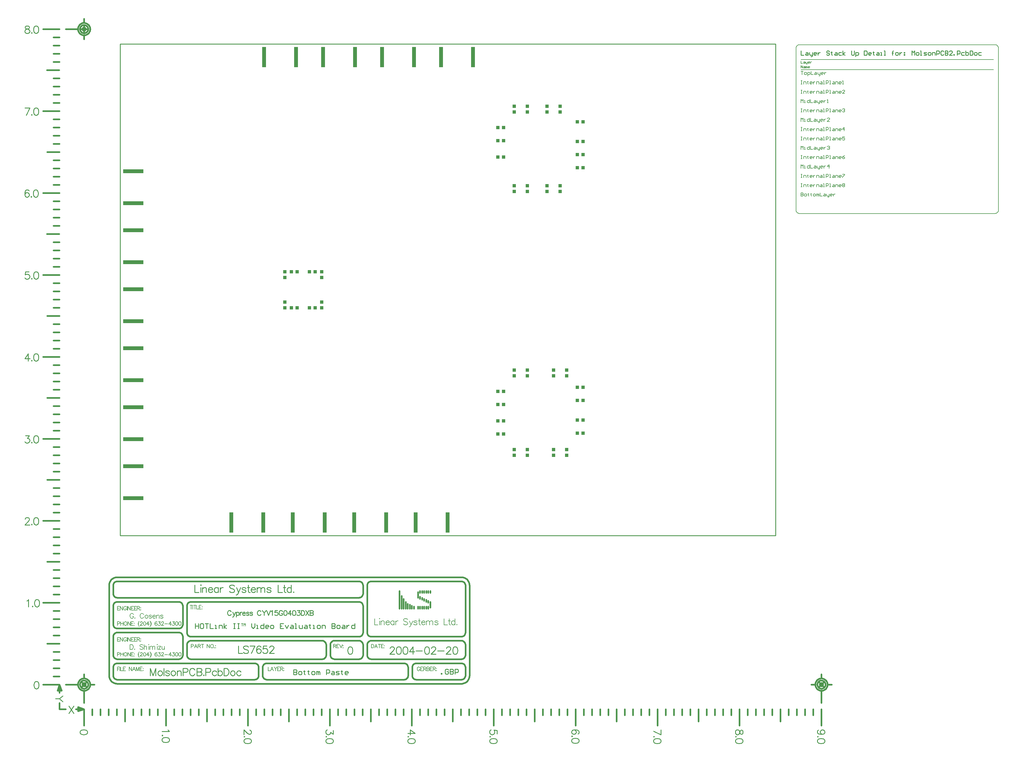
<source format=gbp>
%FSLAX24Y24*%
%MOIN*%
G70*
G01*
G75*
%ADD10C,0.0136*%
%ADD11C,0.0123*%
%ADD12C,0.0050*%
%ADD13C,0.0056*%
%ADD14R,0.0400X0.0400*%
%ADD15C,0.0236*%
%ADD16O,0.0240X0.0800*%
%ADD17C,0.0197*%
%ADD18R,0.0866X0.0157*%
%ADD19R,0.0610X0.0197*%
%ADD20O,0.0800X0.0240*%
%ADD21R,0.0200X0.0500*%
%ADD22R,0.0197X0.0610*%
%ADD23R,0.0500X0.0600*%
%ADD24R,0.0600X0.0500*%
%ADD25R,0.0360X0.0500*%
%ADD26R,0.0500X0.0360*%
%ADD27R,0.0850X0.0420*%
%ADD28R,0.1200X0.0900*%
%ADD29R,0.0197X0.0610*%
%ADD30R,0.4000X0.4100*%
%ADD31R,0.0500X0.1000*%
%ADD32R,0.4100X0.4250*%
%ADD33R,0.0787X0.0472*%
%ADD34R,0.0900X0.1200*%
%ADD35R,0.0472X0.0787*%
%ADD36R,0.0866X0.0157*%
%ADD37R,0.0360X0.0360*%
%ADD38C,0.0394*%
%ADD39R,0.0846X0.0157*%
%ADD40R,0.0846X0.0157*%
%ADD41R,0.0157X0.0669*%
%ADD42R,0.0669X0.0157*%
%ADD43R,0.2500X0.0500*%
%ADD44R,0.2000X0.0500*%
%ADD45R,0.0500X0.2500*%
%ADD46R,0.0500X0.2000*%
%ADD47R,0.0700X0.1100*%
%ADD48R,0.1100X0.0700*%
%ADD49C,0.0120*%
%ADD50C,0.0100*%
%ADD51C,0.0400*%
%ADD52C,0.0700*%
%ADD53C,0.0200*%
%ADD54C,0.0070*%
%ADD55C,0.0216*%
%ADD56C,0.0090*%
%ADD57C,0.0080*%
%ADD58C,0.0240*%
%ADD59C,0.0680*%
%ADD60R,0.0680X0.0680*%
%ADD61C,0.1500*%
%ADD62C,0.0550*%
%ADD63C,0.1000*%
%ADD64C,0.2200*%
%ADD65C,0.0650*%
%ADD66C,0.0600*%
%ADD67C,0.1100*%
%ADD68C,0.1900*%
%ADD69R,0.0550X0.0550*%
%ADD70C,0.0051*%
%ADD71C,0.0079*%
%ADD72C,0.0098*%
%ADD73C,0.0010*%
D12*
X103100Y87924D02*
Y87634D01*
X103293D01*
X103438Y87827D02*
X103535D01*
X103583Y87779D01*
Y87634D01*
X103438D01*
X103390Y87682D01*
X103438Y87731D01*
X103583D01*
X103680Y87827D02*
Y87682D01*
X103728Y87634D01*
X103873D01*
Y87586D01*
X103825Y87537D01*
X103776D01*
X103873Y87634D02*
Y87827D01*
X104115Y87634D02*
X104018D01*
X103970Y87682D01*
Y87779D01*
X104018Y87827D01*
X104115D01*
X104163Y87779D01*
Y87731D01*
X103970D01*
X104260Y87827D02*
Y87634D01*
Y87731D01*
X104308Y87779D01*
X104356Y87827D01*
X104405D01*
X103100Y87054D02*
Y87344D01*
X103293Y87054D01*
Y87344D01*
X103438Y87247D02*
X103535D01*
X103583Y87199D01*
Y87054D01*
X103438D01*
X103390Y87102D01*
X103438Y87151D01*
X103583D01*
X103680Y87054D02*
Y87247D01*
X103728D01*
X103776Y87199D01*
Y87054D01*
Y87199D01*
X103825Y87247D01*
X103873Y87199D01*
Y87054D01*
X104115D02*
X104018D01*
X103970Y87102D01*
Y87199D01*
X104018Y87247D01*
X104115D01*
X104163Y87199D01*
Y87151D01*
X103970D01*
X56571Y13843D02*
X56550Y13886D01*
X56507Y13928D01*
X56464Y13950D01*
X56379D01*
X56336Y13928D01*
X56293Y13886D01*
X56271Y13843D01*
X56250Y13779D01*
Y13671D01*
X56271Y13607D01*
X56293Y13564D01*
X56336Y13521D01*
X56379Y13500D01*
X56464D01*
X56507Y13521D01*
X56550Y13564D01*
X56571Y13607D01*
Y13671D01*
X56464D02*
X56571D01*
X56953Y13950D02*
X56674D01*
Y13500D01*
X56953D01*
X56674Y13736D02*
X56846D01*
X57028Y13950D02*
Y13500D01*
Y13950D02*
X57221D01*
X57285Y13928D01*
X57306Y13907D01*
X57328Y13864D01*
Y13821D01*
X57306Y13779D01*
X57285Y13757D01*
X57221Y13736D01*
X57028D01*
X57178D02*
X57328Y13500D01*
X57428Y13950D02*
Y13500D01*
Y13950D02*
X57621D01*
X57685Y13928D01*
X57707Y13907D01*
X57728Y13864D01*
Y13821D01*
X57707Y13779D01*
X57685Y13757D01*
X57621Y13736D01*
X57428D02*
X57621D01*
X57685Y13714D01*
X57707Y13693D01*
X57728Y13650D01*
Y13586D01*
X57707Y13543D01*
X57685Y13521D01*
X57621Y13500D01*
X57428D01*
X58107Y13950D02*
X57829D01*
Y13500D01*
X58107D01*
X57829Y13736D02*
X58000D01*
X58182Y13950D02*
Y13500D01*
Y13950D02*
X58375D01*
X58440Y13928D01*
X58461Y13907D01*
X58482Y13864D01*
Y13821D01*
X58461Y13779D01*
X58440Y13757D01*
X58375Y13736D01*
X58182D01*
X58332D02*
X58482Y13500D01*
X58604Y13800D02*
X58583Y13779D01*
X58604Y13757D01*
X58626Y13779D01*
X58604Y13800D01*
Y13543D02*
X58583Y13521D01*
X58604Y13500D01*
X58626Y13521D01*
X58604Y13543D01*
X19650Y13950D02*
Y13500D01*
Y13950D02*
X19929D01*
X19650Y13736D02*
X19821D01*
X19980Y13950D02*
Y13500D01*
X20074Y13950D02*
Y13500D01*
X20331D01*
X20659Y13950D02*
X20381D01*
Y13500D01*
X20659D01*
X20381Y13736D02*
X20552D01*
X21088Y13950D02*
Y13500D01*
Y13950D02*
X21387Y13500D01*
Y13950D02*
Y13500D01*
X21855D02*
X21683Y13950D01*
X21512Y13500D01*
X21576Y13650D02*
X21790D01*
X21960Y13950D02*
Y13500D01*
Y13950D02*
X22131Y13500D01*
X22302Y13950D02*
X22131Y13500D01*
X22302Y13950D02*
Y13500D01*
X22709Y13950D02*
X22431D01*
Y13500D01*
X22709D01*
X22431Y13736D02*
X22602D01*
X22806Y13800D02*
X22784Y13779D01*
X22806Y13757D01*
X22827Y13779D01*
X22806Y13800D01*
Y13543D02*
X22784Y13521D01*
X22806Y13500D01*
X22827Y13521D01*
X22806Y13543D01*
X19929Y17550D02*
X19650D01*
Y17100D01*
X19929D01*
X19650Y17336D02*
X19821D01*
X20003Y17550D02*
Y17100D01*
Y17550D02*
X20303Y17100D01*
Y17550D02*
Y17100D01*
X20749Y17443D02*
X20728Y17486D01*
X20685Y17528D01*
X20642Y17550D01*
X20556D01*
X20513Y17528D01*
X20471Y17486D01*
X20449Y17443D01*
X20428Y17379D01*
Y17271D01*
X20449Y17207D01*
X20471Y17164D01*
X20513Y17121D01*
X20556Y17100D01*
X20642D01*
X20685Y17121D01*
X20728Y17164D01*
X20749Y17207D01*
Y17271D01*
X20642D02*
X20749D01*
X20852Y17550D02*
Y17100D01*
X20946Y17550D02*
Y17100D01*
Y17550D02*
X21246Y17100D01*
Y17550D02*
Y17100D01*
X21649Y17550D02*
X21370D01*
Y17100D01*
X21649D01*
X21370Y17336D02*
X21542D01*
X22002Y17550D02*
X21724D01*
Y17100D01*
X22002D01*
X21724Y17336D02*
X21895D01*
X22077Y17550D02*
Y17100D01*
Y17550D02*
X22270D01*
X22334Y17528D01*
X22356Y17507D01*
X22377Y17464D01*
Y17421D01*
X22356Y17379D01*
X22334Y17357D01*
X22270Y17336D01*
X22077D01*
X22227D02*
X22377Y17100D01*
X22499Y17400D02*
X22478Y17379D01*
X22499Y17357D01*
X22521Y17379D01*
X22499Y17400D01*
Y17143D02*
X22478Y17121D01*
X22499Y17100D01*
X22521Y17121D01*
X22499Y17143D01*
X28675Y21475D02*
Y21025D01*
X28525Y21475D02*
X28825D01*
X28879D02*
Y21025D01*
X29123Y21475D02*
Y21025D01*
X28973Y21475D02*
X29273D01*
X29326D02*
Y21025D01*
X29583D01*
X29911Y21475D02*
X29633D01*
Y21025D01*
X29911D01*
X29633Y21261D02*
X29804D01*
X30008Y21325D02*
X29986Y21304D01*
X30008Y21282D01*
X30029Y21304D01*
X30008Y21325D01*
Y21068D02*
X29986Y21046D01*
X30008Y21025D01*
X30029Y21046D01*
X30008Y21068D01*
X28650Y16489D02*
X28843D01*
X28907Y16511D01*
X28929Y16532D01*
X28950Y16575D01*
Y16639D01*
X28929Y16682D01*
X28907Y16703D01*
X28843Y16725D01*
X28650D01*
Y16275D01*
X29393D02*
X29222Y16725D01*
X29051Y16275D01*
X29115Y16425D02*
X29329D01*
X29498Y16725D02*
Y16275D01*
Y16725D02*
X29691D01*
X29755Y16703D01*
X29777Y16682D01*
X29798Y16639D01*
Y16596D01*
X29777Y16554D01*
X29755Y16532D01*
X29691Y16511D01*
X29498D01*
X29648D02*
X29798Y16275D01*
X30049Y16725D02*
Y16275D01*
X29899Y16725D02*
X30199D01*
X30606D02*
Y16275D01*
Y16725D02*
X30906Y16275D01*
Y16725D02*
Y16275D01*
X31159Y16725D02*
X31116Y16703D01*
X31073Y16661D01*
X31052Y16618D01*
X31030Y16554D01*
Y16446D01*
X31052Y16382D01*
X31073Y16339D01*
X31116Y16296D01*
X31159Y16275D01*
X31244D01*
X31287Y16296D01*
X31330Y16339D01*
X31352Y16382D01*
X31373Y16446D01*
Y16554D01*
X31352Y16618D01*
X31330Y16661D01*
X31287Y16703D01*
X31244Y16725D01*
X31159D01*
X31499Y16318D02*
X31478Y16296D01*
X31499Y16275D01*
X31521Y16296D01*
X31499Y16318D01*
X31641Y16575D02*
X31619Y16554D01*
X31641Y16532D01*
X31662Y16554D01*
X31641Y16575D01*
Y16318D02*
X31619Y16296D01*
X31641Y16275D01*
X31662Y16296D01*
X31641Y16318D01*
X19929Y21350D02*
X19650D01*
Y20900D01*
X19929D01*
X19650Y21136D02*
X19821D01*
X20003Y21350D02*
Y20900D01*
Y21350D02*
X20303Y20900D01*
Y21350D02*
Y20900D01*
X20749Y21243D02*
X20728Y21286D01*
X20685Y21328D01*
X20642Y21350D01*
X20556D01*
X20513Y21328D01*
X20471Y21286D01*
X20449Y21243D01*
X20428Y21179D01*
Y21071D01*
X20449Y21007D01*
X20471Y20964D01*
X20513Y20921D01*
X20556Y20900D01*
X20642D01*
X20685Y20921D01*
X20728Y20964D01*
X20749Y21007D01*
Y21071D01*
X20642D02*
X20749D01*
X20852Y21350D02*
Y20900D01*
X20946Y21350D02*
Y20900D01*
Y21350D02*
X21246Y20900D01*
Y21350D02*
Y20900D01*
X21649Y21350D02*
X21370D01*
Y20900D01*
X21649D01*
X21370Y21136D02*
X21542D01*
X22002Y21350D02*
X21724D01*
Y20900D01*
X22002D01*
X21724Y21136D02*
X21895D01*
X22077Y21350D02*
Y20900D01*
Y21350D02*
X22270D01*
X22334Y21328D01*
X22356Y21307D01*
X22377Y21264D01*
Y21221D01*
X22356Y21179D01*
X22334Y21157D01*
X22270Y21136D01*
X22077D01*
X22227D02*
X22377Y20900D01*
X22499Y21200D02*
X22478Y21179D01*
X22499Y21157D01*
X22521Y21179D01*
X22499Y21200D01*
Y20943D02*
X22478Y20921D01*
X22499Y20900D01*
X22521Y20921D01*
X22499Y20943D01*
X38050Y13950D02*
Y13500D01*
X38307D01*
X38699D02*
X38528Y13950D01*
X38356Y13500D01*
X38421Y13650D02*
X38635D01*
X38804Y13950D02*
X38976Y13736D01*
Y13500D01*
X39147Y13950D02*
X38976Y13736D01*
X39483Y13950D02*
X39205D01*
Y13500D01*
X39483D01*
X39205Y13736D02*
X39376D01*
X39558Y13950D02*
Y13500D01*
Y13950D02*
X39751D01*
X39815Y13928D01*
X39837Y13907D01*
X39858Y13864D01*
Y13821D01*
X39837Y13779D01*
X39815Y13757D01*
X39751Y13736D01*
X39558D01*
X39708D02*
X39858Y13500D01*
X39980Y13800D02*
X39959Y13779D01*
X39980Y13757D01*
X40002Y13779D01*
X39980Y13800D01*
Y13543D02*
X39959Y13521D01*
X39980Y13500D01*
X40002Y13521D01*
X39980Y13543D01*
X19650Y15489D02*
X19843D01*
X19907Y15511D01*
X19929Y15532D01*
X19950Y15575D01*
Y15639D01*
X19929Y15682D01*
X19907Y15703D01*
X19843Y15725D01*
X19650D01*
Y15275D01*
X20051Y15725D02*
Y15275D01*
X20351Y15725D02*
Y15275D01*
X20051Y15511D02*
X20351D01*
X20603Y15725D02*
X20561Y15703D01*
X20518Y15661D01*
X20496Y15618D01*
X20475Y15554D01*
Y15446D01*
X20496Y15382D01*
X20518Y15339D01*
X20561Y15296D01*
X20603Y15275D01*
X20689D01*
X20732Y15296D01*
X20775Y15339D01*
X20796Y15382D01*
X20818Y15446D01*
Y15554D01*
X20796Y15618D01*
X20775Y15661D01*
X20732Y15703D01*
X20689Y15725D01*
X20603D01*
X20923D02*
Y15275D01*
Y15725D02*
X21223Y15275D01*
Y15725D02*
Y15275D01*
X21625Y15725D02*
X21347D01*
Y15275D01*
X21625D01*
X21347Y15511D02*
X21518D01*
X21722Y15575D02*
X21700Y15554D01*
X21722Y15532D01*
X21743Y15554D01*
X21722Y15575D01*
Y15318D02*
X21700Y15296D01*
X21722Y15275D01*
X21743Y15296D01*
X21722Y15318D01*
X22345Y15811D02*
X22302Y15768D01*
X22259Y15703D01*
X22217Y15618D01*
X22195Y15511D01*
Y15425D01*
X22217Y15318D01*
X22259Y15232D01*
X22302Y15168D01*
X22345Y15125D01*
X22302Y15768D02*
X22259Y15682D01*
X22238Y15618D01*
X22217Y15511D01*
Y15425D01*
X22238Y15318D01*
X22259Y15254D01*
X22302Y15168D01*
X22452Y15618D02*
Y15639D01*
X22474Y15682D01*
X22495Y15703D01*
X22538Y15725D01*
X22624D01*
X22666Y15703D01*
X22688Y15682D01*
X22709Y15639D01*
Y15596D01*
X22688Y15554D01*
X22645Y15489D01*
X22431Y15275D01*
X22731D01*
X22960Y15725D02*
X22896Y15703D01*
X22853Y15639D01*
X22831Y15532D01*
Y15468D01*
X22853Y15361D01*
X22896Y15296D01*
X22960Y15275D01*
X23003D01*
X23067Y15296D01*
X23110Y15361D01*
X23131Y15468D01*
Y15532D01*
X23110Y15639D01*
X23067Y15703D01*
X23003Y15725D01*
X22960D01*
X23446D02*
X23232Y15425D01*
X23553D01*
X23446Y15725D02*
Y15275D01*
X23633Y15811D02*
X23676Y15768D01*
X23718Y15703D01*
X23761Y15618D01*
X23783Y15511D01*
Y15425D01*
X23761Y15318D01*
X23718Y15232D01*
X23676Y15168D01*
X23633Y15125D01*
X23676Y15768D02*
X23718Y15682D01*
X23740Y15618D01*
X23761Y15511D01*
Y15425D01*
X23740Y15318D01*
X23718Y15254D01*
X23676Y15168D01*
X24503Y15661D02*
X24481Y15703D01*
X24417Y15725D01*
X24374D01*
X24310Y15703D01*
X24267Y15639D01*
X24245Y15532D01*
Y15425D01*
X24267Y15339D01*
X24310Y15296D01*
X24374Y15275D01*
X24395D01*
X24460Y15296D01*
X24503Y15339D01*
X24524Y15404D01*
Y15425D01*
X24503Y15489D01*
X24460Y15532D01*
X24395Y15554D01*
X24374D01*
X24310Y15532D01*
X24267Y15489D01*
X24245Y15425D01*
X24665Y15725D02*
X24901D01*
X24772Y15554D01*
X24837D01*
X24880Y15532D01*
X24901Y15511D01*
X24922Y15446D01*
Y15404D01*
X24901Y15339D01*
X24858Y15296D01*
X24794Y15275D01*
X24730D01*
X24665Y15296D01*
X24644Y15318D01*
X24623Y15361D01*
X25045Y15618D02*
Y15639D01*
X25066Y15682D01*
X25087Y15703D01*
X25130Y15725D01*
X25216D01*
X25259Y15703D01*
X25280Y15682D01*
X25302Y15639D01*
Y15596D01*
X25280Y15554D01*
X25237Y15489D01*
X25023Y15275D01*
X25323D01*
X25424Y15468D02*
X25809D01*
X26156Y15725D02*
X25942Y15425D01*
X26264D01*
X26156Y15725D02*
Y15275D01*
X26386Y15725D02*
X26621D01*
X26493Y15554D01*
X26557D01*
X26600Y15532D01*
X26621Y15511D01*
X26643Y15446D01*
Y15404D01*
X26621Y15339D01*
X26579Y15296D01*
X26514Y15275D01*
X26450D01*
X26386Y15296D01*
X26364Y15318D01*
X26343Y15361D01*
X26872Y15725D02*
X26808Y15703D01*
X26765Y15639D01*
X26743Y15532D01*
Y15468D01*
X26765Y15361D01*
X26808Y15296D01*
X26872Y15275D01*
X26915D01*
X26979Y15296D01*
X27022Y15361D01*
X27043Y15468D01*
Y15532D01*
X27022Y15639D01*
X26979Y15703D01*
X26915Y15725D01*
X26872D01*
X27273D02*
X27208Y15703D01*
X27166Y15639D01*
X27144Y15532D01*
Y15468D01*
X27166Y15361D01*
X27208Y15296D01*
X27273Y15275D01*
X27315D01*
X27380Y15296D01*
X27423Y15361D01*
X27444Y15468D01*
Y15532D01*
X27423Y15639D01*
X27380Y15703D01*
X27315Y15725D01*
X27273D01*
X19650Y19239D02*
X19843D01*
X19907Y19261D01*
X19929Y19282D01*
X19950Y19325D01*
Y19389D01*
X19929Y19432D01*
X19907Y19453D01*
X19843Y19475D01*
X19650D01*
Y19025D01*
X20051Y19475D02*
Y19025D01*
X20351Y19475D02*
Y19025D01*
X20051Y19261D02*
X20351D01*
X20603Y19475D02*
X20561Y19453D01*
X20518Y19411D01*
X20496Y19368D01*
X20475Y19304D01*
Y19196D01*
X20496Y19132D01*
X20518Y19089D01*
X20561Y19046D01*
X20603Y19025D01*
X20689D01*
X20732Y19046D01*
X20775Y19089D01*
X20796Y19132D01*
X20818Y19196D01*
Y19304D01*
X20796Y19368D01*
X20775Y19411D01*
X20732Y19453D01*
X20689Y19475D01*
X20603D01*
X20923D02*
Y19025D01*
Y19475D02*
X21223Y19025D01*
Y19475D02*
Y19025D01*
X21625Y19475D02*
X21347D01*
Y19025D01*
X21625D01*
X21347Y19261D02*
X21518D01*
X21722Y19325D02*
X21700Y19304D01*
X21722Y19282D01*
X21743Y19304D01*
X21722Y19325D01*
Y19068D02*
X21700Y19046D01*
X21722Y19025D01*
X21743Y19046D01*
X21722Y19068D01*
X22345Y19561D02*
X22302Y19518D01*
X22259Y19453D01*
X22217Y19368D01*
X22195Y19261D01*
Y19175D01*
X22217Y19068D01*
X22259Y18982D01*
X22302Y18918D01*
X22345Y18875D01*
X22302Y19518D02*
X22259Y19432D01*
X22238Y19368D01*
X22217Y19261D01*
Y19175D01*
X22238Y19068D01*
X22259Y19004D01*
X22302Y18918D01*
X22452Y19368D02*
Y19389D01*
X22474Y19432D01*
X22495Y19453D01*
X22538Y19475D01*
X22624D01*
X22666Y19453D01*
X22688Y19432D01*
X22709Y19389D01*
Y19346D01*
X22688Y19304D01*
X22645Y19239D01*
X22431Y19025D01*
X22731D01*
X22960Y19475D02*
X22896Y19453D01*
X22853Y19389D01*
X22831Y19282D01*
Y19218D01*
X22853Y19111D01*
X22896Y19046D01*
X22960Y19025D01*
X23003D01*
X23067Y19046D01*
X23110Y19111D01*
X23131Y19218D01*
Y19282D01*
X23110Y19389D01*
X23067Y19453D01*
X23003Y19475D01*
X22960D01*
X23446D02*
X23232Y19175D01*
X23553D01*
X23446Y19475D02*
Y19025D01*
X23633Y19561D02*
X23676Y19518D01*
X23718Y19453D01*
X23761Y19368D01*
X23783Y19261D01*
Y19175D01*
X23761Y19068D01*
X23718Y18982D01*
X23676Y18918D01*
X23633Y18875D01*
X23676Y19518D02*
X23718Y19432D01*
X23740Y19368D01*
X23761Y19261D01*
Y19175D01*
X23740Y19068D01*
X23718Y19004D01*
X23676Y18918D01*
X24503Y19411D02*
X24481Y19453D01*
X24417Y19475D01*
X24374D01*
X24310Y19453D01*
X24267Y19389D01*
X24245Y19282D01*
Y19175D01*
X24267Y19089D01*
X24310Y19046D01*
X24374Y19025D01*
X24395D01*
X24460Y19046D01*
X24503Y19089D01*
X24524Y19154D01*
Y19175D01*
X24503Y19239D01*
X24460Y19282D01*
X24395Y19304D01*
X24374D01*
X24310Y19282D01*
X24267Y19239D01*
X24245Y19175D01*
X24665Y19475D02*
X24901D01*
X24772Y19304D01*
X24837D01*
X24880Y19282D01*
X24901Y19261D01*
X24922Y19196D01*
Y19154D01*
X24901Y19089D01*
X24858Y19046D01*
X24794Y19025D01*
X24730D01*
X24665Y19046D01*
X24644Y19068D01*
X24623Y19111D01*
X25045Y19368D02*
Y19389D01*
X25066Y19432D01*
X25087Y19453D01*
X25130Y19475D01*
X25216D01*
X25259Y19453D01*
X25280Y19432D01*
X25302Y19389D01*
Y19346D01*
X25280Y19304D01*
X25237Y19239D01*
X25023Y19025D01*
X25323D01*
X25424Y19218D02*
X25809D01*
X26156Y19475D02*
X25942Y19175D01*
X26264D01*
X26156Y19475D02*
Y19025D01*
X26386Y19475D02*
X26621D01*
X26493Y19304D01*
X26557D01*
X26600Y19282D01*
X26621Y19261D01*
X26643Y19196D01*
Y19154D01*
X26621Y19089D01*
X26579Y19046D01*
X26514Y19025D01*
X26450D01*
X26386Y19046D01*
X26364Y19068D01*
X26343Y19111D01*
X26872Y19475D02*
X26808Y19453D01*
X26765Y19389D01*
X26743Y19282D01*
Y19218D01*
X26765Y19111D01*
X26808Y19046D01*
X26872Y19025D01*
X26915D01*
X26979Y19046D01*
X27022Y19111D01*
X27043Y19218D01*
Y19282D01*
X27022Y19389D01*
X26979Y19453D01*
X26915Y19475D01*
X26872D01*
X27273D02*
X27208Y19453D01*
X27166Y19389D01*
X27144Y19282D01*
Y19218D01*
X27166Y19111D01*
X27208Y19046D01*
X27273Y19025D01*
X27315D01*
X27380Y19046D01*
X27423Y19111D01*
X27444Y19218D01*
Y19282D01*
X27423Y19389D01*
X27380Y19453D01*
X27315Y19475D01*
X27273D01*
X46025Y16725D02*
Y16275D01*
Y16725D02*
X46218D01*
X46282Y16703D01*
X46304Y16682D01*
X46325Y16639D01*
Y16596D01*
X46304Y16554D01*
X46282Y16532D01*
X46218Y16511D01*
X46025D01*
X46175D02*
X46325Y16275D01*
X46704Y16725D02*
X46426D01*
Y16275D01*
X46704D01*
X46426Y16511D02*
X46597D01*
X46779Y16725D02*
X46951Y16275D01*
X47122Y16725D02*
X46951Y16275D01*
X47201Y16575D02*
X47180Y16554D01*
X47201Y16532D01*
X47223Y16554D01*
X47201Y16575D01*
Y16318D02*
X47180Y16296D01*
X47201Y16275D01*
X47223Y16296D01*
X47201Y16318D01*
X50650Y16725D02*
Y16275D01*
Y16725D02*
X50800D01*
X50864Y16703D01*
X50907Y16661D01*
X50929Y16618D01*
X50950Y16554D01*
Y16446D01*
X50929Y16382D01*
X50907Y16339D01*
X50864Y16296D01*
X50800Y16275D01*
X50650D01*
X51393D02*
X51222Y16725D01*
X51051Y16275D01*
X51115Y16425D02*
X51329D01*
X51648Y16725D02*
Y16275D01*
X51498Y16725D02*
X51798D01*
X52130D02*
X51852D01*
Y16275D01*
X52130D01*
X51852Y16511D02*
X52023D01*
X52227Y16575D02*
X52205Y16554D01*
X52227Y16532D01*
X52248Y16554D01*
X52227Y16575D01*
Y16318D02*
X52205Y16296D01*
X52227Y16275D01*
X52248Y16296D01*
X52227Y16318D01*
X34800Y19250D02*
X35000D01*
X34900D01*
Y18950D01*
X35100D02*
Y19250D01*
X35200Y19150D01*
X35300Y19250D01*
Y18950D01*
D14*
X66800Y78200D02*
D03*
X66100D02*
D03*
X44600Y58500D02*
D03*
Y57800D02*
D03*
X43100D02*
D03*
X43800D02*
D03*
X41600D02*
D03*
X40900D02*
D03*
X40100D02*
D03*
Y58500D02*
D03*
X44600Y61500D02*
D03*
Y62200D02*
D03*
X43800D02*
D03*
X43100D02*
D03*
X41600D02*
D03*
X40900D02*
D03*
X40100D02*
D03*
Y61500D02*
D03*
X72100Y72000D02*
D03*
Y72700D02*
D03*
X69700Y40500D02*
D03*
Y39800D02*
D03*
X72900D02*
D03*
Y40500D02*
D03*
X68100Y72700D02*
D03*
Y72000D02*
D03*
X76500Y44100D02*
D03*
X75800D02*
D03*
Y46500D02*
D03*
X76500D02*
D03*
X72900Y50200D02*
D03*
Y49500D02*
D03*
X76500Y74900D02*
D03*
X75800D02*
D03*
Y78100D02*
D03*
X76500D02*
D03*
X72100Y82400D02*
D03*
Y81700D02*
D03*
X68100D02*
D03*
Y82400D02*
D03*
X69700D02*
D03*
Y81700D02*
D03*
X73700D02*
D03*
Y82400D02*
D03*
X66100Y79800D02*
D03*
X66800D02*
D03*
X75800Y80500D02*
D03*
X76500D02*
D03*
X66100Y76200D02*
D03*
X66800D02*
D03*
X75800Y76500D02*
D03*
X76500D02*
D03*
X69700Y72000D02*
D03*
Y72700D02*
D03*
X73700D02*
D03*
Y72000D02*
D03*
X69700Y50200D02*
D03*
Y49500D02*
D03*
X74500D02*
D03*
Y50200D02*
D03*
X66100Y46000D02*
D03*
X66800D02*
D03*
X75800Y48100D02*
D03*
X76500D02*
D03*
X66100Y42400D02*
D03*
X66800D02*
D03*
X75800Y42500D02*
D03*
X76500D02*
D03*
X68100Y39800D02*
D03*
Y40500D02*
D03*
X74500D02*
D03*
Y39800D02*
D03*
X66800Y44000D02*
D03*
X66100D02*
D03*
X66800Y47600D02*
D03*
X66100D02*
D03*
X68100Y49500D02*
D03*
Y50200D02*
D03*
D43*
X21600Y52850D02*
D03*
Y48950D02*
D03*
Y34550D02*
D03*
Y38450D02*
D03*
Y45650D02*
D03*
Y41750D02*
D03*
Y56150D02*
D03*
Y60050D02*
D03*
Y67250D02*
D03*
Y63350D02*
D03*
Y70550D02*
D03*
Y74450D02*
D03*
D45*
X41050Y31600D02*
D03*
X44950D02*
D03*
X52450D02*
D03*
X48550D02*
D03*
X56050D02*
D03*
X59950D02*
D03*
X37450D02*
D03*
X33550D02*
D03*
X41450Y88400D02*
D03*
X37550D02*
D03*
X51950D02*
D03*
X55850D02*
D03*
X48650D02*
D03*
X44750D02*
D03*
X59150D02*
D03*
X63050D02*
D03*
D50*
X41150Y13630D02*
Y13030D01*
X41450D01*
X41550Y13130D01*
Y13230D01*
X41450Y13330D01*
X41150D01*
X41450D01*
X41550Y13430D01*
Y13530D01*
X41450Y13630D01*
X41150D01*
X41850Y13030D02*
X42050D01*
X42150Y13130D01*
Y13330D01*
X42050Y13430D01*
X41850D01*
X41750Y13330D01*
Y13130D01*
X41850Y13030D01*
X42450Y13530D02*
Y13430D01*
X42350D01*
X42550D01*
X42450D01*
Y13130D01*
X42550Y13030D01*
X42949Y13530D02*
Y13430D01*
X42849D01*
X43049D01*
X42949D01*
Y13130D01*
X43049Y13030D01*
X43449D02*
X43649D01*
X43749Y13130D01*
Y13330D01*
X43649Y13430D01*
X43449D01*
X43349Y13330D01*
Y13130D01*
X43449Y13030D01*
X43949D02*
Y13430D01*
X44049D01*
X44149Y13330D01*
Y13030D01*
Y13330D01*
X44249Y13430D01*
X44349Y13330D01*
Y13030D01*
X45149D02*
Y13630D01*
X45449D01*
X45549Y13530D01*
Y13330D01*
X45449Y13230D01*
X45149D01*
X45848Y13430D02*
X46048D01*
X46148Y13330D01*
Y13030D01*
X45848D01*
X45749Y13130D01*
X45848Y13230D01*
X46148D01*
X46348Y13030D02*
X46648D01*
X46748Y13130D01*
X46648Y13230D01*
X46448D01*
X46348Y13330D01*
X46448Y13430D01*
X46748D01*
X47048Y13530D02*
Y13430D01*
X46948D01*
X47148D01*
X47048D01*
Y13130D01*
X47148Y13030D01*
X47748D02*
X47548D01*
X47448Y13130D01*
Y13330D01*
X47548Y13430D01*
X47748D01*
X47848Y13330D01*
Y13230D01*
X47448D01*
X59150Y13100D02*
Y13200D01*
X59250D01*
Y13100D01*
X59150D01*
X60050Y13600D02*
X59950Y13700D01*
X59750D01*
X59650Y13600D01*
Y13200D01*
X59750Y13100D01*
X59950D01*
X60050Y13200D01*
Y13400D01*
X59850D01*
X60250Y13700D02*
Y13100D01*
X60550D01*
X60650Y13200D01*
Y13300D01*
X60550Y13400D01*
X60250D01*
X60550D01*
X60650Y13500D01*
Y13600D01*
X60550Y13700D01*
X60250D01*
X60849Y13100D02*
Y13700D01*
X61149D01*
X61249Y13600D01*
Y13400D01*
X61149Y13300D01*
X60849D01*
X100000Y30000D02*
Y90000D01*
X20000D02*
X100000D01*
X20000Y30000D02*
X100000D01*
X20000D02*
Y90000D01*
X29150Y19250D02*
Y18650D01*
Y18950D01*
X29550D01*
Y19250D01*
Y18650D01*
X30050Y19250D02*
X29850D01*
X29750Y19150D01*
Y18750D01*
X29850Y18650D01*
X30050D01*
X30150Y18750D01*
Y19150D01*
X30050Y19250D01*
X30350D02*
X30749D01*
X30550D01*
Y18650D01*
X30949Y19250D02*
Y18650D01*
X31349D01*
X31549D02*
X31749D01*
X31649D01*
Y19050D01*
X31549D01*
X32049Y18650D02*
Y19050D01*
X32349D01*
X32449Y18950D01*
Y18650D01*
X32649D02*
Y19250D01*
Y18850D02*
X32949Y19050D01*
X32649Y18850D02*
X32949Y18650D01*
X33848Y19250D02*
X34048D01*
X33948D01*
Y18650D01*
X33848D01*
X34048D01*
X34348Y19250D02*
X34548D01*
X34448D01*
Y18650D01*
X34348D01*
X34548D01*
X36048Y19250D02*
Y18850D01*
X36248Y18650D01*
X36448Y18850D01*
Y19250D01*
X36648Y18650D02*
X36848D01*
X36748D01*
Y19050D01*
X36648D01*
X37547Y19250D02*
Y18650D01*
X37247D01*
X37147Y18750D01*
Y18950D01*
X37247Y19050D01*
X37547D01*
X38047Y18650D02*
X37847D01*
X37747Y18750D01*
Y18950D01*
X37847Y19050D01*
X38047D01*
X38147Y18950D01*
Y18850D01*
X37747D01*
X38447Y18650D02*
X38647D01*
X38747Y18750D01*
Y18950D01*
X38647Y19050D01*
X38447D01*
X38347Y18950D01*
Y18750D01*
X38447Y18650D01*
X39947Y19250D02*
X39547D01*
Y18650D01*
X39947D01*
X39547Y18950D02*
X39747D01*
X40146Y19050D02*
X40346Y18650D01*
X40546Y19050D01*
X40846D02*
X41046D01*
X41146Y18950D01*
Y18650D01*
X40846D01*
X40746Y18750D01*
X40846Y18850D01*
X41146D01*
X41346Y18650D02*
X41546D01*
X41446D01*
Y19250D01*
X41346D01*
X41846Y19050D02*
Y18750D01*
X41946Y18650D01*
X42246D01*
Y19050D01*
X42546D02*
X42746D01*
X42846Y18950D01*
Y18650D01*
X42546D01*
X42446Y18750D01*
X42546Y18850D01*
X42846D01*
X43145Y19150D02*
Y19050D01*
X43046D01*
X43245D01*
X43145D01*
Y18750D01*
X43245Y18650D01*
X43545D02*
X43745D01*
X43645D01*
Y19050D01*
X43545D01*
X44145Y18650D02*
X44345D01*
X44445Y18750D01*
Y18950D01*
X44345Y19050D01*
X44145D01*
X44045Y18950D01*
Y18750D01*
X44145Y18650D01*
X44645D02*
Y19050D01*
X44945D01*
X45045Y18950D01*
Y18650D01*
X45845Y19250D02*
Y18650D01*
X46144D01*
X46244Y18750D01*
Y18850D01*
X46144Y18950D01*
X45845D01*
X46144D01*
X46244Y19050D01*
Y19150D01*
X46144Y19250D01*
X45845D01*
X46544Y18650D02*
X46744D01*
X46844Y18750D01*
Y18950D01*
X46744Y19050D01*
X46544D01*
X46444Y18950D01*
Y18750D01*
X46544Y18650D01*
X47144Y19050D02*
X47344D01*
X47444Y18950D01*
Y18650D01*
X47144D01*
X47044Y18750D01*
X47144Y18850D01*
X47444D01*
X47644Y19050D02*
Y18650D01*
Y18850D01*
X47744Y18950D01*
X47844Y19050D01*
X47944D01*
X48644Y19250D02*
Y18650D01*
X48344D01*
X48244Y18750D01*
Y18950D01*
X48344Y19050D01*
X48644D01*
D54*
X126790Y69300D02*
X126896Y69314D01*
X126995Y69355D01*
X127080Y69420D01*
X127145Y69505D01*
X127186Y69604D01*
X127200Y69710D01*
X102500D02*
X102514Y69604D01*
X102555Y69505D01*
X102620Y69420D01*
X102705Y69355D01*
X102804Y69314D01*
X102910Y69300D01*
Y89900D02*
X102804Y89886D01*
X102705Y89845D01*
X102620Y89780D01*
X102555Y89695D01*
X102514Y89596D01*
X102500Y89490D01*
X127200D02*
X127186Y89596D01*
X127145Y89695D01*
X127080Y89780D01*
X126995Y89845D01*
X126896Y89886D01*
X126790Y89900D01*
X102910D02*
X126790D01*
X102910Y69300D02*
X126790D01*
X102500Y69710D02*
Y89490D01*
X127200Y69710D02*
Y89490D01*
X103100Y88104D02*
X126600D01*
X103100Y86845D02*
X126600D01*
X103100Y86650D02*
X103373D01*
X103237D01*
Y86240D01*
X103578D02*
X103715D01*
X103783Y86308D01*
Y86445D01*
X103715Y86513D01*
X103578D01*
X103510Y86445D01*
Y86308D01*
X103578Y86240D01*
X103920Y86103D02*
Y86513D01*
X104125D01*
X104193Y86445D01*
Y86308D01*
X104125Y86240D01*
X103920D01*
X104330Y86650D02*
Y86240D01*
X104603D01*
X104808Y86513D02*
X104944D01*
X105013Y86445D01*
Y86240D01*
X104808D01*
X104739Y86308D01*
X104808Y86376D01*
X105013D01*
X105149Y86513D02*
Y86308D01*
X105218Y86240D01*
X105423D01*
Y86172D01*
X105354Y86103D01*
X105286D01*
X105423Y86240D02*
Y86513D01*
X105764Y86240D02*
X105628D01*
X105559Y86308D01*
Y86445D01*
X105628Y86513D01*
X105764D01*
X105832Y86445D01*
Y86376D01*
X105559D01*
X105969Y86513D02*
Y86240D01*
Y86376D01*
X106037Y86445D01*
X106106Y86513D01*
X106174D01*
X103100Y85509D02*
X103237D01*
X103168D01*
Y85099D01*
X103100D01*
X103237D01*
X103442D02*
Y85373D01*
X103646D01*
X103715Y85304D01*
Y85099D01*
X103920Y85441D02*
Y85373D01*
X103851D01*
X103988D01*
X103920D01*
Y85168D01*
X103988Y85099D01*
X104398D02*
X104261D01*
X104193Y85168D01*
Y85304D01*
X104261Y85373D01*
X104398D01*
X104466Y85304D01*
Y85236D01*
X104193D01*
X104603Y85373D02*
Y85099D01*
Y85236D01*
X104671Y85304D01*
X104739Y85373D01*
X104808D01*
X105013Y85099D02*
Y85373D01*
X105218D01*
X105286Y85304D01*
Y85099D01*
X105491Y85373D02*
X105628D01*
X105696Y85304D01*
Y85099D01*
X105491D01*
X105423Y85168D01*
X105491Y85236D01*
X105696D01*
X105832Y85099D02*
X105969D01*
X105901D01*
Y85509D01*
X105832D01*
X106174Y85099D02*
Y85509D01*
X106379D01*
X106447Y85441D01*
Y85304D01*
X106379Y85236D01*
X106174D01*
X106584Y85099D02*
X106720D01*
X106652D01*
Y85509D01*
X106584D01*
X106994Y85373D02*
X107130D01*
X107199Y85304D01*
Y85099D01*
X106994D01*
X106925Y85168D01*
X106994Y85236D01*
X107199D01*
X107335Y85099D02*
Y85373D01*
X107540D01*
X107609Y85304D01*
Y85099D01*
X107950D02*
X107813D01*
X107745Y85168D01*
Y85304D01*
X107813Y85373D01*
X107950D01*
X108018Y85304D01*
Y85236D01*
X107745D01*
X108155Y85099D02*
X108292D01*
X108223D01*
Y85509D01*
X108155Y85441D01*
X103100Y84369D02*
X103237D01*
X103168D01*
Y83959D01*
X103100D01*
X103237D01*
X103442D02*
Y84232D01*
X103646D01*
X103715Y84164D01*
Y83959D01*
X103920Y84301D02*
Y84232D01*
X103851D01*
X103988D01*
X103920D01*
Y84027D01*
X103988Y83959D01*
X104398D02*
X104261D01*
X104193Y84027D01*
Y84164D01*
X104261Y84232D01*
X104398D01*
X104466Y84164D01*
Y84096D01*
X104193D01*
X104603Y84232D02*
Y83959D01*
Y84096D01*
X104671Y84164D01*
X104739Y84232D01*
X104808D01*
X105013Y83959D02*
Y84232D01*
X105218D01*
X105286Y84164D01*
Y83959D01*
X105491Y84232D02*
X105628D01*
X105696Y84164D01*
Y83959D01*
X105491D01*
X105423Y84027D01*
X105491Y84096D01*
X105696D01*
X105832Y83959D02*
X105969D01*
X105901D01*
Y84369D01*
X105832D01*
X106174Y83959D02*
Y84369D01*
X106379D01*
X106447Y84301D01*
Y84164D01*
X106379Y84096D01*
X106174D01*
X106584Y83959D02*
X106720D01*
X106652D01*
Y84369D01*
X106584D01*
X106994Y84232D02*
X107130D01*
X107199Y84164D01*
Y83959D01*
X106994D01*
X106925Y84027D01*
X106994Y84096D01*
X107199D01*
X107335Y83959D02*
Y84232D01*
X107540D01*
X107609Y84164D01*
Y83959D01*
X107950D02*
X107813D01*
X107745Y84027D01*
Y84164D01*
X107813Y84232D01*
X107950D01*
X108018Y84164D01*
Y84096D01*
X107745D01*
X108428Y83959D02*
X108155D01*
X108428Y84232D01*
Y84301D01*
X108360Y84369D01*
X108223D01*
X108155Y84301D01*
X103100Y82819D02*
Y83229D01*
X103237Y83092D01*
X103373Y83229D01*
Y82819D01*
X103510D02*
X103646D01*
X103578D01*
Y83092D01*
X103510D01*
X104125Y83229D02*
Y82819D01*
X103920D01*
X103851Y82887D01*
Y83024D01*
X103920Y83092D01*
X104125D01*
X104261Y83229D02*
Y82819D01*
X104535D01*
X104739Y83092D02*
X104876D01*
X104944Y83024D01*
Y82819D01*
X104739D01*
X104671Y82887D01*
X104739Y82955D01*
X104944D01*
X105081Y83092D02*
Y82887D01*
X105149Y82819D01*
X105354D01*
Y82750D01*
X105286Y82682D01*
X105218D01*
X105354Y82819D02*
Y83092D01*
X105696Y82819D02*
X105559D01*
X105491Y82887D01*
Y83024D01*
X105559Y83092D01*
X105696D01*
X105764Y83024D01*
Y82955D01*
X105491D01*
X105901Y83092D02*
Y82819D01*
Y82955D01*
X105969Y83024D01*
X106037Y83092D01*
X106106D01*
X106311Y82819D02*
X106447D01*
X106379D01*
Y83229D01*
X106311Y83160D01*
X103100Y82088D02*
X103237D01*
X103168D01*
Y81678D01*
X103100D01*
X103237D01*
X103442D02*
Y81952D01*
X103646D01*
X103715Y81883D01*
Y81678D01*
X103920Y82020D02*
Y81952D01*
X103851D01*
X103988D01*
X103920D01*
Y81747D01*
X103988Y81678D01*
X104398D02*
X104261D01*
X104193Y81747D01*
Y81883D01*
X104261Y81952D01*
X104398D01*
X104466Y81883D01*
Y81815D01*
X104193D01*
X104603Y81952D02*
Y81678D01*
Y81815D01*
X104671Y81883D01*
X104739Y81952D01*
X104808D01*
X105013Y81678D02*
Y81952D01*
X105218D01*
X105286Y81883D01*
Y81678D01*
X105491Y81952D02*
X105628D01*
X105696Y81883D01*
Y81678D01*
X105491D01*
X105423Y81747D01*
X105491Y81815D01*
X105696D01*
X105832Y81678D02*
X105969D01*
X105901D01*
Y82088D01*
X105832D01*
X106174Y81678D02*
Y82088D01*
X106379D01*
X106447Y82020D01*
Y81883D01*
X106379Y81815D01*
X106174D01*
X106584Y81678D02*
X106720D01*
X106652D01*
Y82088D01*
X106584D01*
X106994Y81952D02*
X107130D01*
X107199Y81883D01*
Y81678D01*
X106994D01*
X106925Y81747D01*
X106994Y81815D01*
X107199D01*
X107335Y81678D02*
Y81952D01*
X107540D01*
X107609Y81883D01*
Y81678D01*
X107950D02*
X107813D01*
X107745Y81747D01*
Y81883D01*
X107813Y81952D01*
X107950D01*
X108018Y81883D01*
Y81815D01*
X107745D01*
X108155Y82020D02*
X108223Y82088D01*
X108360D01*
X108428Y82020D01*
Y81952D01*
X108360Y81883D01*
X108292D01*
X108360D01*
X108428Y81815D01*
Y81747D01*
X108360Y81678D01*
X108223D01*
X108155Y81747D01*
X103100Y80538D02*
Y80948D01*
X103237Y80811D01*
X103373Y80948D01*
Y80538D01*
X103510D02*
X103646D01*
X103578D01*
Y80811D01*
X103510D01*
X104125Y80948D02*
Y80538D01*
X103920D01*
X103851Y80606D01*
Y80743D01*
X103920Y80811D01*
X104125D01*
X104261Y80948D02*
Y80538D01*
X104535D01*
X104739Y80811D02*
X104876D01*
X104944Y80743D01*
Y80538D01*
X104739D01*
X104671Y80606D01*
X104739Y80675D01*
X104944D01*
X105081Y80811D02*
Y80606D01*
X105149Y80538D01*
X105354D01*
Y80470D01*
X105286Y80401D01*
X105218D01*
X105354Y80538D02*
Y80811D01*
X105696Y80538D02*
X105559D01*
X105491Y80606D01*
Y80743D01*
X105559Y80811D01*
X105696D01*
X105764Y80743D01*
Y80675D01*
X105491D01*
X105901Y80811D02*
Y80538D01*
Y80675D01*
X105969Y80743D01*
X106037Y80811D01*
X106106D01*
X106584Y80538D02*
X106311D01*
X106584Y80811D01*
Y80880D01*
X106516Y80948D01*
X106379D01*
X106311Y80880D01*
X103100Y79808D02*
X103237D01*
X103168D01*
Y79398D01*
X103100D01*
X103237D01*
X103442D02*
Y79671D01*
X103646D01*
X103715Y79603D01*
Y79398D01*
X103920Y79739D02*
Y79671D01*
X103851D01*
X103988D01*
X103920D01*
Y79466D01*
X103988Y79398D01*
X104398D02*
X104261D01*
X104193Y79466D01*
Y79603D01*
X104261Y79671D01*
X104398D01*
X104466Y79603D01*
Y79534D01*
X104193D01*
X104603Y79671D02*
Y79398D01*
Y79534D01*
X104671Y79603D01*
X104739Y79671D01*
X104808D01*
X105013Y79398D02*
Y79671D01*
X105218D01*
X105286Y79603D01*
Y79398D01*
X105491Y79671D02*
X105628D01*
X105696Y79603D01*
Y79398D01*
X105491D01*
X105423Y79466D01*
X105491Y79534D01*
X105696D01*
X105832Y79398D02*
X105969D01*
X105901D01*
Y79808D01*
X105832D01*
X106174Y79398D02*
Y79808D01*
X106379D01*
X106447Y79739D01*
Y79603D01*
X106379Y79534D01*
X106174D01*
X106584Y79398D02*
X106720D01*
X106652D01*
Y79808D01*
X106584D01*
X106994Y79671D02*
X107130D01*
X107199Y79603D01*
Y79398D01*
X106994D01*
X106925Y79466D01*
X106994Y79534D01*
X107199D01*
X107335Y79398D02*
Y79671D01*
X107540D01*
X107609Y79603D01*
Y79398D01*
X107950D02*
X107813D01*
X107745Y79466D01*
Y79603D01*
X107813Y79671D01*
X107950D01*
X108018Y79603D01*
Y79534D01*
X107745D01*
X108360Y79398D02*
Y79808D01*
X108155Y79603D01*
X108428D01*
X103100Y78667D02*
X103237D01*
X103168D01*
Y78257D01*
X103100D01*
X103237D01*
X103442D02*
Y78531D01*
X103646D01*
X103715Y78462D01*
Y78257D01*
X103920Y78599D02*
Y78531D01*
X103851D01*
X103988D01*
X103920D01*
Y78326D01*
X103988Y78257D01*
X104398D02*
X104261D01*
X104193Y78326D01*
Y78462D01*
X104261Y78531D01*
X104398D01*
X104466Y78462D01*
Y78394D01*
X104193D01*
X104603Y78531D02*
Y78257D01*
Y78394D01*
X104671Y78462D01*
X104739Y78531D01*
X104808D01*
X105013Y78257D02*
Y78531D01*
X105218D01*
X105286Y78462D01*
Y78257D01*
X105491Y78531D02*
X105628D01*
X105696Y78462D01*
Y78257D01*
X105491D01*
X105423Y78326D01*
X105491Y78394D01*
X105696D01*
X105832Y78257D02*
X105969D01*
X105901D01*
Y78667D01*
X105832D01*
X106174Y78257D02*
Y78667D01*
X106379D01*
X106447Y78599D01*
Y78462D01*
X106379Y78394D01*
X106174D01*
X106584Y78257D02*
X106720D01*
X106652D01*
Y78667D01*
X106584D01*
X106994Y78531D02*
X107130D01*
X107199Y78462D01*
Y78257D01*
X106994D01*
X106925Y78326D01*
X106994Y78394D01*
X107199D01*
X107335Y78257D02*
Y78531D01*
X107540D01*
X107609Y78462D01*
Y78257D01*
X107950D02*
X107813D01*
X107745Y78326D01*
Y78462D01*
X107813Y78531D01*
X107950D01*
X108018Y78462D01*
Y78394D01*
X107745D01*
X108428Y78667D02*
X108155D01*
Y78462D01*
X108292Y78531D01*
X108360D01*
X108428Y78462D01*
Y78326D01*
X108360Y78257D01*
X108223D01*
X108155Y78326D01*
X103100Y77117D02*
Y77527D01*
X103237Y77390D01*
X103373Y77527D01*
Y77117D01*
X103510D02*
X103646D01*
X103578D01*
Y77390D01*
X103510D01*
X104125Y77527D02*
Y77117D01*
X103920D01*
X103851Y77185D01*
Y77322D01*
X103920Y77390D01*
X104125D01*
X104261Y77527D02*
Y77117D01*
X104535D01*
X104739Y77390D02*
X104876D01*
X104944Y77322D01*
Y77117D01*
X104739D01*
X104671Y77185D01*
X104739Y77254D01*
X104944D01*
X105081Y77390D02*
Y77185D01*
X105149Y77117D01*
X105354D01*
Y77049D01*
X105286Y76980D01*
X105218D01*
X105354Y77117D02*
Y77390D01*
X105696Y77117D02*
X105559D01*
X105491Y77185D01*
Y77322D01*
X105559Y77390D01*
X105696D01*
X105764Y77322D01*
Y77254D01*
X105491D01*
X105901Y77390D02*
Y77117D01*
Y77254D01*
X105969Y77322D01*
X106037Y77390D01*
X106106D01*
X106311Y77459D02*
X106379Y77527D01*
X106516D01*
X106584Y77459D01*
Y77390D01*
X106516Y77322D01*
X106447D01*
X106516D01*
X106584Y77254D01*
Y77185D01*
X106516Y77117D01*
X106379D01*
X106311Y77185D01*
X103100Y76386D02*
X103237D01*
X103168D01*
Y75977D01*
X103100D01*
X103237D01*
X103442D02*
Y76250D01*
X103646D01*
X103715Y76182D01*
Y75977D01*
X103920Y76318D02*
Y76250D01*
X103851D01*
X103988D01*
X103920D01*
Y76045D01*
X103988Y75977D01*
X104398D02*
X104261D01*
X104193Y76045D01*
Y76182D01*
X104261Y76250D01*
X104398D01*
X104466Y76182D01*
Y76113D01*
X104193D01*
X104603Y76250D02*
Y75977D01*
Y76113D01*
X104671Y76182D01*
X104739Y76250D01*
X104808D01*
X105013Y75977D02*
Y76250D01*
X105218D01*
X105286Y76182D01*
Y75977D01*
X105491Y76250D02*
X105628D01*
X105696Y76182D01*
Y75977D01*
X105491D01*
X105423Y76045D01*
X105491Y76113D01*
X105696D01*
X105832Y75977D02*
X105969D01*
X105901D01*
Y76386D01*
X105832D01*
X106174Y75977D02*
Y76386D01*
X106379D01*
X106447Y76318D01*
Y76182D01*
X106379Y76113D01*
X106174D01*
X106584Y75977D02*
X106720D01*
X106652D01*
Y76386D01*
X106584D01*
X106994Y76250D02*
X107130D01*
X107199Y76182D01*
Y75977D01*
X106994D01*
X106925Y76045D01*
X106994Y76113D01*
X107199D01*
X107335Y75977D02*
Y76250D01*
X107540D01*
X107609Y76182D01*
Y75977D01*
X107950D02*
X107813D01*
X107745Y76045D01*
Y76182D01*
X107813Y76250D01*
X107950D01*
X108018Y76182D01*
Y76113D01*
X107745D01*
X108428Y76386D02*
X108292Y76318D01*
X108155Y76182D01*
Y76045D01*
X108223Y75977D01*
X108360D01*
X108428Y76045D01*
Y76113D01*
X108360Y76182D01*
X108155D01*
X103100Y74836D02*
Y75246D01*
X103237Y75110D01*
X103373Y75246D01*
Y74836D01*
X103510D02*
X103646D01*
X103578D01*
Y75110D01*
X103510D01*
X104125Y75246D02*
Y74836D01*
X103920D01*
X103851Y74905D01*
Y75041D01*
X103920Y75110D01*
X104125D01*
X104261Y75246D02*
Y74836D01*
X104535D01*
X104739Y75110D02*
X104876D01*
X104944Y75041D01*
Y74836D01*
X104739D01*
X104671Y74905D01*
X104739Y74973D01*
X104944D01*
X105081Y75110D02*
Y74905D01*
X105149Y74836D01*
X105354D01*
Y74768D01*
X105286Y74700D01*
X105218D01*
X105354Y74836D02*
Y75110D01*
X105696Y74836D02*
X105559D01*
X105491Y74905D01*
Y75041D01*
X105559Y75110D01*
X105696D01*
X105764Y75041D01*
Y74973D01*
X105491D01*
X105901Y75110D02*
Y74836D01*
Y74973D01*
X105969Y75041D01*
X106037Y75110D01*
X106106D01*
X106516Y74836D02*
Y75246D01*
X106311Y75041D01*
X106584D01*
X103100Y74106D02*
X103237D01*
X103168D01*
Y73696D01*
X103100D01*
X103237D01*
X103442D02*
Y73969D01*
X103646D01*
X103715Y73901D01*
Y73696D01*
X103920Y74037D02*
Y73969D01*
X103851D01*
X103988D01*
X103920D01*
Y73764D01*
X103988Y73696D01*
X104398D02*
X104261D01*
X104193Y73764D01*
Y73901D01*
X104261Y73969D01*
X104398D01*
X104466Y73901D01*
Y73833D01*
X104193D01*
X104603Y73969D02*
Y73696D01*
Y73833D01*
X104671Y73901D01*
X104739Y73969D01*
X104808D01*
X105013Y73696D02*
Y73969D01*
X105218D01*
X105286Y73901D01*
Y73696D01*
X105491Y73969D02*
X105628D01*
X105696Y73901D01*
Y73696D01*
X105491D01*
X105423Y73764D01*
X105491Y73833D01*
X105696D01*
X105832Y73696D02*
X105969D01*
X105901D01*
Y74106D01*
X105832D01*
X106174Y73696D02*
Y74106D01*
X106379D01*
X106447Y74037D01*
Y73901D01*
X106379Y73833D01*
X106174D01*
X106584Y73696D02*
X106720D01*
X106652D01*
Y74106D01*
X106584D01*
X106994Y73969D02*
X107130D01*
X107199Y73901D01*
Y73696D01*
X106994D01*
X106925Y73764D01*
X106994Y73833D01*
X107199D01*
X107335Y73696D02*
Y73969D01*
X107540D01*
X107609Y73901D01*
Y73696D01*
X107950D02*
X107813D01*
X107745Y73764D01*
Y73901D01*
X107813Y73969D01*
X107950D01*
X108018Y73901D01*
Y73833D01*
X107745D01*
X108155Y74106D02*
X108428D01*
Y74037D01*
X108155Y73764D01*
Y73696D01*
X103100Y72965D02*
X103237D01*
X103168D01*
Y72556D01*
X103100D01*
X103237D01*
X103442D02*
Y72829D01*
X103646D01*
X103715Y72760D01*
Y72556D01*
X103920Y72897D02*
Y72829D01*
X103851D01*
X103988D01*
X103920D01*
Y72624D01*
X103988Y72556D01*
X104398D02*
X104261D01*
X104193Y72624D01*
Y72760D01*
X104261Y72829D01*
X104398D01*
X104466Y72760D01*
Y72692D01*
X104193D01*
X104603Y72829D02*
Y72556D01*
Y72692D01*
X104671Y72760D01*
X104739Y72829D01*
X104808D01*
X105013Y72556D02*
Y72829D01*
X105218D01*
X105286Y72760D01*
Y72556D01*
X105491Y72829D02*
X105628D01*
X105696Y72760D01*
Y72556D01*
X105491D01*
X105423Y72624D01*
X105491Y72692D01*
X105696D01*
X105832Y72556D02*
X105969D01*
X105901D01*
Y72965D01*
X105832D01*
X106174Y72556D02*
Y72965D01*
X106379D01*
X106447Y72897D01*
Y72760D01*
X106379Y72692D01*
X106174D01*
X106584Y72556D02*
X106720D01*
X106652D01*
Y72965D01*
X106584D01*
X106994Y72829D02*
X107130D01*
X107199Y72760D01*
Y72556D01*
X106994D01*
X106925Y72624D01*
X106994Y72692D01*
X107199D01*
X107335Y72556D02*
Y72829D01*
X107540D01*
X107609Y72760D01*
Y72556D01*
X107950D02*
X107813D01*
X107745Y72624D01*
Y72760D01*
X107813Y72829D01*
X107950D01*
X108018Y72760D01*
Y72692D01*
X107745D01*
X108155Y72897D02*
X108223Y72965D01*
X108360D01*
X108428Y72897D01*
Y72829D01*
X108360Y72760D01*
X108428Y72692D01*
Y72624D01*
X108360Y72556D01*
X108223D01*
X108155Y72624D01*
Y72692D01*
X108223Y72760D01*
X108155Y72829D01*
Y72897D01*
X108223Y72760D02*
X108360D01*
X103100Y71825D02*
Y71415D01*
X103305D01*
X103373Y71483D01*
Y71552D01*
X103305Y71620D01*
X103100D01*
X103305D01*
X103373Y71688D01*
Y71757D01*
X103305Y71825D01*
X103100D01*
X103578Y71415D02*
X103715D01*
X103783Y71483D01*
Y71620D01*
X103715Y71688D01*
X103578D01*
X103510Y71620D01*
Y71483D01*
X103578Y71415D01*
X103988Y71757D02*
Y71688D01*
X103920D01*
X104056D01*
X103988D01*
Y71483D01*
X104056Y71415D01*
X104330Y71757D02*
Y71688D01*
X104261D01*
X104398D01*
X104330D01*
Y71483D01*
X104398Y71415D01*
X104671D02*
X104808D01*
X104876Y71483D01*
Y71620D01*
X104808Y71688D01*
X104671D01*
X104603Y71620D01*
Y71483D01*
X104671Y71415D01*
X105013D02*
Y71688D01*
X105081D01*
X105149Y71620D01*
Y71415D01*
Y71620D01*
X105218Y71688D01*
X105286Y71620D01*
Y71415D01*
X105423Y71825D02*
Y71415D01*
X105696D01*
X105901Y71688D02*
X106037D01*
X106106Y71620D01*
Y71415D01*
X105901D01*
X105832Y71483D01*
X105901Y71552D01*
X106106D01*
X106242Y71688D02*
Y71483D01*
X106311Y71415D01*
X106516D01*
Y71347D01*
X106447Y71279D01*
X106379D01*
X106516Y71415D02*
Y71688D01*
X106857Y71415D02*
X106720D01*
X106652Y71483D01*
Y71620D01*
X106720Y71688D01*
X106857D01*
X106925Y71620D01*
Y71552D01*
X106652D01*
X107062Y71688D02*
Y71415D01*
Y71552D01*
X107130Y71620D01*
X107199Y71688D01*
X107267D01*
D55*
X105700Y11800D02*
X105650Y11887D01*
X105550D01*
X105500Y11800D01*
X105550Y11713D01*
X105650D01*
X105700Y11800D01*
X105750D02*
X105715Y11896D01*
X105626Y11948D01*
X105525Y11930D01*
X105459Y11851D01*
Y11749D01*
X105525Y11670D01*
X105626Y11652D01*
X105715Y11703D01*
X105750Y11800D01*
X105800D02*
X105777Y11893D01*
X105714Y11964D01*
X105624Y11998D01*
X105529Y11987D01*
X105450Y11933D01*
X105406Y11848D01*
Y11752D01*
X105450Y11667D01*
X105529Y11613D01*
X105624Y11601D01*
X105714Y11635D01*
X105777Y11707D01*
X105800Y11800D01*
X105650D02*
X105575Y11843D01*
Y11757D01*
X105650Y11800D01*
X105625D02*
X105575D01*
X105625D01*
X106350D02*
X106343Y11900D01*
X106323Y11998D01*
X106291Y12093D01*
X106245Y12182D01*
X106189Y12265D01*
X106121Y12339D01*
X106045Y12404D01*
X105961Y12458D01*
X105870Y12500D01*
X105774Y12529D01*
X105675Y12546D01*
X105575Y12549D01*
X105475Y12539D01*
X105378Y12516D01*
X105284Y12480D01*
X105197Y12432D01*
X105116Y12373D01*
X105044Y12303D01*
X104982Y12224D01*
X104931Y12138D01*
X104892Y12046D01*
X104865Y11949D01*
X104852Y11850D01*
Y11750D01*
X104865Y11651D01*
X104892Y11554D01*
X104931Y11462D01*
X104982Y11375D01*
X105044Y11297D01*
X105116Y11227D01*
X105197Y11168D01*
X105284Y11120D01*
X105378Y11084D01*
X105475Y11060D01*
X105575Y11050D01*
X105675Y11054D01*
X105774Y11070D01*
X105870Y11100D01*
X105961Y11142D01*
X106045Y11196D01*
X106121Y11261D01*
X106189Y11335D01*
X106245Y11418D01*
X106291Y11507D01*
X106323Y11602D01*
X106343Y11700D01*
X106350Y11800D01*
X106100D02*
X106090Y11901D01*
X106060Y11997D01*
X106010Y12086D01*
X105945Y12162D01*
X105865Y12224D01*
X105774Y12269D01*
X105676Y12294D01*
X105575Y12299D01*
X105475Y12284D01*
X105380Y12249D01*
X105294Y12195D01*
X105221Y12126D01*
X105163Y12043D01*
X105123Y11950D01*
X105103Y11850D01*
Y11749D01*
X105123Y11650D01*
X105163Y11557D01*
X105221Y11474D01*
X105294Y11405D01*
X105380Y11351D01*
X105475Y11316D01*
X105575Y11301D01*
X105676Y11306D01*
X105774Y11331D01*
X105865Y11376D01*
X105945Y11437D01*
X106010Y11514D01*
X106060Y11603D01*
X106090Y11699D01*
X106100Y11800D01*
X16100Y91800D02*
X16090Y91901D01*
X16059Y91997D01*
X16010Y92086D01*
X15944Y92162D01*
X15864Y92224D01*
X15774Y92269D01*
X15676Y92294D01*
X15575Y92299D01*
X15475Y92284D01*
X15380Y92249D01*
X15294Y92195D01*
X15221Y92126D01*
X15163Y92043D01*
X15123Y91950D01*
X15103Y91851D01*
Y91749D01*
X15123Y91650D01*
X15163Y91557D01*
X15221Y91474D01*
X15294Y91405D01*
X15380Y91351D01*
X15475Y91316D01*
X15575Y91301D01*
X15676Y91306D01*
X15774Y91331D01*
X15864Y91376D01*
X15944Y91438D01*
X16010Y91514D01*
X16059Y91603D01*
X16090Y91699D01*
X16100Y91800D01*
X15800D02*
X15777Y91893D01*
X15714Y91965D01*
X15624Y91999D01*
X15529Y91987D01*
X15450Y91933D01*
X15406Y91848D01*
Y91752D01*
X15450Y91667D01*
X15529Y91613D01*
X15624Y91601D01*
X15714Y91635D01*
X15777Y91707D01*
X15800Y91800D01*
X15750D02*
X15715Y91896D01*
X15626Y91948D01*
X15525Y91930D01*
X15459Y91851D01*
Y91749D01*
X15525Y91670D01*
X15626Y91652D01*
X15715Y91704D01*
X15750Y91800D01*
X15700D02*
X15650Y91887D01*
X15550D01*
X15500Y91800D01*
X15550Y91713D01*
X15650D01*
X15700Y91800D01*
X15650D02*
X15575Y91843D01*
Y91757D01*
X15650Y91800D01*
X15625D02*
X15575D01*
X15625D01*
X16350D02*
X16343Y91900D01*
X16323Y91998D01*
X16290Y92093D01*
X16245Y92182D01*
X16189Y92265D01*
X16121Y92339D01*
X16045Y92404D01*
X15960Y92458D01*
X15870Y92500D01*
X15774Y92530D01*
X15675Y92546D01*
X15575Y92550D01*
X15475Y92540D01*
X15378Y92516D01*
X15284Y92480D01*
X15196Y92432D01*
X15116Y92373D01*
X15044Y92303D01*
X14982Y92224D01*
X14931Y92138D01*
X14892Y92046D01*
X14865Y91949D01*
X14852Y91850D01*
Y91750D01*
X14865Y91651D01*
X14892Y91554D01*
X14931Y91462D01*
X14982Y91376D01*
X15044Y91297D01*
X15116Y91227D01*
X15196Y91168D01*
X15284Y91120D01*
X15378Y91084D01*
X15475Y91060D01*
X15575Y91050D01*
X15675Y91054D01*
X15774Y91070D01*
X15870Y91100D01*
X15960Y91142D01*
X16045Y91196D01*
X16121Y91261D01*
X16189Y91335D01*
X16245Y91418D01*
X16290Y91507D01*
X16323Y91602D01*
X16343Y91700D01*
X16350Y91800D01*
X36900Y13900D02*
X36890Y13998D01*
X36862Y14091D01*
X36816Y14178D01*
X36754Y14254D01*
X36678Y14316D01*
X36591Y14362D01*
X36498Y14390D01*
X36400Y14400D01*
X36412Y12400D02*
X36509Y12408D01*
X36602Y12436D01*
X36688Y12481D01*
X36762Y12543D01*
X36823Y12619D01*
X36867Y12706D01*
X36893Y12800D01*
X36900Y12897D01*
X37900Y14400D02*
X37802Y14390D01*
X37709Y14362D01*
X37622Y14316D01*
X37546Y14254D01*
X37484Y14178D01*
X37438Y14091D01*
X37410Y13998D01*
X37400Y13900D01*
Y12900D02*
X37409Y12804D01*
X37437Y12711D01*
X37482Y12625D01*
X37543Y12550D01*
X37618Y12487D01*
X37703Y12441D01*
X37795Y12411D01*
X37891Y12400D01*
X55150Y13900D02*
X55140Y13998D01*
X55112Y14091D01*
X55066Y14178D01*
X55004Y14254D01*
X54928Y14316D01*
X54841Y14362D01*
X54748Y14390D01*
X54650Y14400D01*
X54662Y12400D02*
X54759Y12408D01*
X54852Y12436D01*
X54938Y12481D01*
X55012Y12543D01*
X55073Y12619D01*
X55117Y12706D01*
X55143Y12800D01*
X55150Y12897D01*
X55650Y12890D02*
X55660Y12793D01*
X55688Y12701D01*
X55734Y12615D01*
X55797Y12541D01*
X55872Y12480D01*
X55958Y12435D01*
X56052Y12408D01*
X56149Y12400D01*
X56150Y14400D02*
X56052Y14390D01*
X55959Y14362D01*
X55872Y14316D01*
X55796Y14254D01*
X55734Y14178D01*
X55688Y14091D01*
X55660Y13998D01*
X55650Y13900D01*
X27650Y21410D02*
X27641Y21506D01*
X27613Y21598D01*
X27567Y21682D01*
X27506Y21756D01*
X27432Y21817D01*
X27348Y21863D01*
X27256Y21891D01*
X27160Y21900D01*
X27170Y18650D02*
X27264Y18659D01*
X27354Y18687D01*
X27437Y18731D01*
X27509Y18791D01*
X27569Y18863D01*
X27613Y18946D01*
X27641Y19036D01*
X27650Y19130D01*
Y17660D02*
X27640Y17758D01*
X27611Y17851D01*
X27564Y17938D01*
X27500Y18012D01*
X27423Y18073D01*
X27336Y18117D01*
X27241Y18143D01*
X27143Y18150D01*
X28150Y18140D02*
X28159Y18044D01*
X28187Y17952D01*
X28233Y17868D01*
X28294Y17794D01*
X28368Y17733D01*
X28452Y17687D01*
X28544Y17659D01*
X28640Y17650D01*
X28150Y15390D02*
X28159Y15294D01*
X28187Y15202D01*
X28233Y15118D01*
X28294Y15044D01*
X28368Y14983D01*
X28452Y14937D01*
X28544Y14909D01*
X28640Y14900D01*
X27160D02*
X27256Y14909D01*
X27348Y14937D01*
X27432Y14983D01*
X27506Y15044D01*
X27567Y15118D01*
X27613Y15202D01*
X27641Y15294D01*
X27650Y15390D01*
X45150Y16660D02*
X45141Y16756D01*
X45113Y16848D01*
X45067Y16932D01*
X45006Y17006D01*
X44932Y17067D01*
X44848Y17113D01*
X44756Y17141D01*
X44660Y17150D01*
Y14900D02*
X44757Y14910D01*
X44849Y14938D01*
X44935Y14984D01*
X45009Y15047D01*
X45070Y15122D01*
X45115Y15208D01*
X45142Y15302D01*
X45150Y15399D01*
X45650Y15410D02*
X45660Y15312D01*
X45688Y15217D01*
X45734Y15129D01*
X45796Y15053D01*
X45872Y14989D01*
X45959Y14941D01*
X46053Y14911D01*
X46151Y14900D01*
X46130Y17150D02*
X46033Y17140D01*
X45941Y17111D01*
X45856Y17064D01*
X45782Y17000D01*
X45722Y16923D01*
X45680Y16836D01*
X45655Y16742D01*
X45651Y16645D01*
X28650Y17150D02*
X28552Y17140D01*
X28459Y17112D01*
X28372Y17066D01*
X28296Y17004D01*
X28234Y16928D01*
X28188Y16841D01*
X28160Y16748D01*
X28150Y16650D01*
X28650Y21900D02*
X28552Y21890D01*
X28459Y21862D01*
X28372Y21816D01*
X28296Y21754D01*
X28234Y21678D01*
X28188Y21591D01*
X28160Y21498D01*
X28150Y21400D01*
X19150Y15400D02*
X19159Y15304D01*
X19187Y15211D01*
X19232Y15125D01*
X19293Y15050D01*
X19368Y14987D01*
X19453Y14941D01*
X19545Y14911D01*
X19641Y14900D01*
X19650Y18150D02*
X19552Y18140D01*
X19459Y18112D01*
X19372Y18066D01*
X19296Y18004D01*
X19234Y17928D01*
X19188Y17841D01*
X19160Y17748D01*
X19150Y17650D01*
Y19150D02*
X19160Y19052D01*
X19188Y18959D01*
X19234Y18872D01*
X19296Y18796D01*
X19372Y18734D01*
X19459Y18688D01*
X19552Y18660D01*
X19650Y18650D01*
Y21900D02*
X19552Y21890D01*
X19459Y21862D01*
X19372Y21816D01*
X19296Y21754D01*
X19234Y21678D01*
X19188Y21591D01*
X19160Y21498D01*
X19150Y21400D01*
Y22900D02*
X19160Y22802D01*
X19188Y22709D01*
X19234Y22622D01*
X19296Y22546D01*
X19372Y22484D01*
X19459Y22438D01*
X19552Y22410D01*
X19650Y22400D01*
Y24400D02*
X19552Y24390D01*
X19459Y24362D01*
X19372Y24316D01*
X19296Y24254D01*
X19234Y24178D01*
X19188Y24091D01*
X19160Y23998D01*
X19150Y23900D01*
X49650D02*
X49640Y23998D01*
X49612Y24091D01*
X49566Y24178D01*
X49504Y24254D01*
X49428Y24316D01*
X49341Y24362D01*
X49248Y24390D01*
X49150Y24400D01*
X50650D02*
X50552Y24390D01*
X50459Y24362D01*
X50372Y24316D01*
X50296Y24254D01*
X50234Y24178D01*
X50188Y24091D01*
X50160Y23998D01*
X50150Y23900D01*
X49150Y22400D02*
X49248Y22410D01*
X49341Y22438D01*
X49428Y22484D01*
X49504Y22546D01*
X49566Y22622D01*
X49612Y22709D01*
X49640Y22802D01*
X49650Y22900D01*
Y21400D02*
X49640Y21498D01*
X49612Y21591D01*
X49566Y21678D01*
X49504Y21754D01*
X49428Y21816D01*
X49341Y21862D01*
X49248Y21890D01*
X49150Y21900D01*
X19650Y14400D02*
X19552Y14390D01*
X19459Y14362D01*
X19372Y14316D01*
X19296Y14254D01*
X19234Y14178D01*
X19188Y14091D01*
X19160Y13998D01*
X19150Y13900D01*
X49159Y17650D02*
X49255Y17661D01*
X49347Y17691D01*
X49432Y17737D01*
X49507Y17799D01*
X49568Y17875D01*
X49613Y17961D01*
X49641Y18054D01*
X49650Y18150D01*
X19150Y12900D02*
X19159Y12804D01*
X19187Y12711D01*
X19232Y12625D01*
X19293Y12550D01*
X19368Y12487D01*
X19453Y12441D01*
X19545Y12411D01*
X19641Y12400D01*
X49650Y16660D02*
X49641Y16756D01*
X49613Y16848D01*
X49567Y16932D01*
X49506Y17006D01*
X49432Y17067D01*
X49348Y17113D01*
X49256Y17141D01*
X49160Y17150D01*
X50150Y15390D02*
X50160Y15293D01*
X50188Y15201D01*
X50234Y15115D01*
X50297Y15041D01*
X50372Y14980D01*
X50458Y14935D01*
X50552Y14908D01*
X50649Y14900D01*
X49150Y14900D02*
X49248Y14910D01*
X49341Y14938D01*
X49428Y14984D01*
X49504Y15046D01*
X49566Y15122D01*
X49612Y15209D01*
X49640Y15302D01*
X49650Y15400D01*
X61650Y12400D02*
X61748Y12410D01*
X61841Y12438D01*
X61928Y12484D01*
X62004Y12546D01*
X62066Y12622D01*
X62112Y12709D01*
X62140Y12802D01*
X62150Y12900D01*
X62150Y13909D02*
X62139Y14005D01*
X62109Y14097D01*
X62063Y14182D01*
X62001Y14257D01*
X61925Y14318D01*
X61839Y14363D01*
X61746Y14391D01*
X61650Y14400D01*
Y14900D02*
X61748Y14910D01*
X61841Y14938D01*
X61928Y14984D01*
X62004Y15046D01*
X62066Y15122D01*
X62112Y15209D01*
X62140Y15302D01*
X62150Y15400D01*
Y23910D02*
X62140Y24008D01*
X62111Y24101D01*
X62064Y24188D01*
X62000Y24262D01*
X61923Y24323D01*
X61836Y24367D01*
X61741Y24393D01*
X61643Y24400D01*
X62650Y23900D02*
X62645Y23998D01*
X62631Y24095D01*
X62607Y24190D01*
X62574Y24283D01*
X62532Y24371D01*
X62481Y24456D01*
X62423Y24534D01*
X62357Y24607D01*
X62284Y24673D01*
X62206Y24731D01*
X62121Y24782D01*
X62033Y24824D01*
X61940Y24857D01*
X61845Y24881D01*
X61748Y24895D01*
X61650Y24900D01*
Y11900D02*
X61748Y11905D01*
X61845Y11919D01*
X61940Y11943D01*
X62033Y11976D01*
X62121Y12018D01*
X62206Y12069D01*
X62284Y12127D01*
X62357Y12193D01*
X62423Y12266D01*
X62481Y12344D01*
X62532Y12429D01*
X62574Y12517D01*
X62607Y12610D01*
X62631Y12705D01*
X62645Y12802D01*
X62650Y12900D01*
X18650Y12910D02*
X18655Y12812D01*
X18669Y12715D01*
X18693Y12620D01*
X18725Y12528D01*
X18767Y12439D01*
X18817Y12354D01*
X18874Y12275D01*
X18940Y12202D01*
X19012Y12136D01*
X19090Y12076D01*
X19173Y12025D01*
X19261Y11982D01*
X19353Y11948D01*
X19448Y11923D01*
X19545Y11907D01*
X19642Y11900D01*
X19650Y24900D02*
X19552Y24895D01*
X19455Y24881D01*
X19360Y24857D01*
X19267Y24824D01*
X19179Y24782D01*
X19094Y24731D01*
X19016Y24673D01*
X18943Y24607D01*
X18877Y24534D01*
X18819Y24456D01*
X18768Y24371D01*
X18726Y24283D01*
X18693Y24190D01*
X18669Y24095D01*
X18655Y23998D01*
X18650Y23900D01*
X50150Y18150D02*
X50160Y18052D01*
X50188Y17959D01*
X50234Y17872D01*
X50296Y17796D01*
X50372Y17734D01*
X50459Y17688D01*
X50552Y17660D01*
X50650Y17650D01*
X61650D02*
X61748Y17660D01*
X61841Y17688D01*
X61928Y17734D01*
X62004Y17796D01*
X62066Y17872D01*
X62112Y17959D01*
X62140Y18052D01*
X62150Y18150D01*
X50650Y17150D02*
X50552Y17140D01*
X50459Y17112D01*
X50372Y17066D01*
X50296Y17004D01*
X50234Y16928D01*
X50188Y16841D01*
X50160Y16748D01*
X50150Y16650D01*
X62150Y16660D02*
X62141Y16756D01*
X62113Y16848D01*
X62067Y16932D01*
X62006Y17006D01*
X61932Y17067D01*
X61848Y17113D01*
X61756Y17141D01*
X61660Y17150D01*
X15750Y11800D02*
X15715Y11896D01*
X15626Y11948D01*
X15525Y11930D01*
X15459Y11851D01*
Y11749D01*
X15525Y11670D01*
X15626Y11652D01*
X15715Y11703D01*
X15750Y11800D01*
X15700D02*
X15650Y11887D01*
X15550D01*
X15500Y11800D01*
X15550Y11713D01*
X15650D01*
X15700Y11800D01*
X15800D02*
X15777Y11893D01*
X15714Y11964D01*
X15624Y11998D01*
X15529Y11987D01*
X15450Y11933D01*
X15406Y11848D01*
Y11752D01*
X15450Y11667D01*
X15529Y11613D01*
X15624Y11601D01*
X15714Y11635D01*
X15777Y11707D01*
X15800Y11800D01*
X15650D02*
X15575Y11843D01*
Y11757D01*
X15650Y11800D01*
X15625D02*
X15575D01*
X15625D01*
X16350D02*
X16343Y11900D01*
X16323Y11998D01*
X16291Y12093D01*
X16245Y12182D01*
X16189Y12265D01*
X16121Y12339D01*
X16045Y12404D01*
X15961Y12458D01*
X15870Y12500D01*
X15774Y12529D01*
X15675Y12546D01*
X15575Y12549D01*
X15475Y12539D01*
X15378Y12516D01*
X15284Y12480D01*
X15197Y12432D01*
X15116Y12373D01*
X15044Y12303D01*
X14982Y12224D01*
X14931Y12138D01*
X14892Y12046D01*
X14865Y11949D01*
X14852Y11850D01*
Y11750D01*
X14865Y11651D01*
X14892Y11554D01*
X14931Y11462D01*
X14982Y11375D01*
X15044Y11297D01*
X15116Y11227D01*
X15197Y11168D01*
X15284Y11120D01*
X15378Y11084D01*
X15475Y11060D01*
X15575Y11050D01*
X15675Y11054D01*
X15774Y11070D01*
X15870Y11100D01*
X15961Y11142D01*
X16045Y11196D01*
X16121Y11261D01*
X16189Y11335D01*
X16245Y11418D01*
X16291Y11507D01*
X16323Y11602D01*
X16343Y11700D01*
X16350Y11800D01*
X16100D02*
X16090Y11901D01*
X16060Y11997D01*
X16010Y12086D01*
X15945Y12162D01*
X15865Y12224D01*
X15774Y12269D01*
X15676Y12294D01*
X15575Y12299D01*
X15475Y12284D01*
X15380Y12249D01*
X15294Y12195D01*
X15221Y12126D01*
X15163Y12043D01*
X15123Y11950D01*
X15103Y11850D01*
Y11749D01*
X15123Y11650D01*
X15163Y11557D01*
X15221Y11474D01*
X15294Y11405D01*
X15380Y11351D01*
X15475Y11316D01*
X15575Y11301D01*
X15676Y11306D01*
X15774Y11331D01*
X15865Y11376D01*
X15945Y11437D01*
X16010Y11514D01*
X16060Y11603D01*
X16090Y11699D01*
X16100Y11800D01*
X105250Y12150D02*
X105600Y11800D01*
X105950Y11450D01*
X105600Y11800D02*
X105950Y12150D01*
X105250Y11450D02*
X105600Y11800D01*
X105600Y9550D02*
Y11050D01*
Y12550D02*
Y13050D01*
X105600Y6800D02*
Y8800D01*
X104600Y8050D02*
Y8800D01*
X103600Y8050D02*
Y8800D01*
X102600Y8050D02*
Y8800D01*
X101600Y8050D02*
Y8800D01*
X100600Y7300D02*
Y8800D01*
X99600Y8050D02*
Y8800D01*
X98600Y8050D02*
Y8800D01*
X97600Y8050D02*
Y8800D01*
X96600Y8050D02*
Y8800D01*
X106350Y11800D02*
X106850D01*
X104350D02*
X104850D01*
X15600Y90550D02*
Y91050D01*
Y92550D02*
Y93050D01*
Y91800D02*
Y92300D01*
Y91300D02*
Y91800D01*
X13350D02*
X14850D01*
X15100D02*
X15600D01*
X16100D01*
X10600D02*
X12600D01*
X11850Y90800D02*
X12600D01*
X11850Y89800D02*
X12600D01*
X11850Y88800D02*
X12600D01*
X11850Y87800D02*
X12600D01*
X11050Y86800D02*
X12550D01*
X11850Y85800D02*
X12600D01*
X11850Y84800D02*
X12600D01*
X11850Y83800D02*
X12600D01*
X11850Y82800D02*
X12600D01*
X10600Y81800D02*
X12600D01*
X11850Y80800D02*
X12600D01*
X11850Y79800D02*
X12600D01*
X11850Y78800D02*
X12600D01*
X11850Y77800D02*
X12600D01*
X11100Y76800D02*
X12600D01*
X11850Y75800D02*
X12600D01*
X11850Y74800D02*
X12600D01*
X11850Y73800D02*
X12600D01*
X11850Y72800D02*
X12600D01*
X57850Y22980D02*
Y23230D01*
X56600Y22980D02*
Y23230D01*
X57600Y22980D02*
Y23230D01*
X57350Y22980D02*
Y23230D01*
X57100Y22980D02*
Y23230D01*
X56850Y22980D02*
Y23230D01*
X56600Y22260D02*
Y22510D01*
X56850Y22140D02*
Y22390D01*
X57100Y22020D02*
Y22270D01*
X57350Y21900D02*
Y22150D01*
X57600Y21780D02*
Y22030D01*
Y21060D02*
Y21310D01*
X57350Y21060D02*
Y21310D01*
X57100Y21060D02*
Y21310D01*
X56850Y21060D02*
Y21310D01*
X56350Y21060D02*
Y21310D01*
X56600Y21060D02*
Y21310D01*
X54350Y21060D02*
Y22620D01*
X54850Y21060D02*
Y21900D01*
X55100Y21060D02*
Y21660D01*
X55350Y21060D02*
Y21540D01*
X55600Y21060D02*
Y21420D01*
X55850Y21060D02*
Y21310D01*
X56350Y22380D02*
Y23100D01*
X57850Y21180D02*
Y21900D01*
X54100Y21060D02*
Y23220D01*
X54600Y21060D02*
Y22260D01*
X15000Y8755D02*
X15130Y8800D01*
X15000Y8845D02*
X15130Y8800D01*
X14895Y8605D02*
X15475Y8800D01*
X14895Y8995D02*
X15475Y8800D01*
X14965Y8705D02*
X15245Y8800D01*
X14965Y8895D02*
X15245Y8800D01*
X12600Y11330D02*
X12645Y11200D01*
X12555D02*
X12600Y11330D01*
Y11675D02*
X12795Y11095D01*
X12405D02*
X12600Y11675D01*
Y11445D02*
X12695Y11165D01*
X12505D02*
X12600Y11445D01*
Y11560D02*
X12745Y11130D01*
X12455D02*
X12600Y11560D01*
X12350Y11050D02*
X12600Y11800D01*
X12850Y11050D01*
X14930Y8655D02*
X15360Y8800D01*
X14930Y8945D02*
X15360Y8800D01*
X14850Y9050D02*
X15600Y8800D01*
X14850Y8550D02*
X15600Y8800D01*
X15250Y12150D02*
X15600Y11800D01*
X15950Y11450D01*
X15250D02*
X15600Y11800D01*
X15950Y12150D01*
X50150Y15400D02*
Y16650D01*
X62150Y18150D02*
Y23900D01*
X50150Y18150D02*
Y23900D01*
X18650Y12900D02*
Y23900D01*
X19150Y12900D02*
Y13900D01*
X62150Y15400D02*
Y16650D01*
Y12900D02*
Y13900D01*
X49650Y15400D02*
Y16650D01*
X45650Y15400D02*
Y16650D01*
X28150Y15400D02*
Y16650D01*
X45150Y15400D02*
Y16650D01*
X28150Y18150D02*
Y21400D01*
X49650Y18150D02*
Y21400D01*
Y22900D02*
Y23900D01*
X19150Y22900D02*
Y23900D01*
X27650Y19150D02*
Y21400D01*
X19150Y19150D02*
Y21400D01*
X27650Y15400D02*
Y17650D01*
X19150Y15400D02*
Y17650D01*
X62650Y12900D02*
Y23900D01*
X55650Y12900D02*
Y13900D01*
X55150Y12900D02*
Y13900D01*
X37400Y12900D02*
Y13900D01*
X36900Y12900D02*
Y13900D01*
X15000Y8755D02*
Y8845D01*
X14895Y8605D02*
Y8995D01*
X14965Y8705D02*
Y8895D01*
X12600Y10800D02*
Y11050D01*
X14930Y8655D02*
Y8945D01*
X14850Y8550D02*
Y9050D01*
X12600Y8800D02*
Y9550D01*
X95600Y6800D02*
Y8800D01*
X94600Y8050D02*
Y8800D01*
X93600Y8050D02*
Y8800D01*
X92600Y8050D02*
Y8800D01*
X91600Y8050D02*
Y8800D01*
X90600Y7300D02*
Y8800D01*
X89600Y8050D02*
Y8800D01*
X88600Y8050D02*
Y8800D01*
X87600Y8050D02*
Y8800D01*
X86600Y8050D02*
Y8800D01*
X85600Y6800D02*
Y8800D01*
X84600Y8050D02*
Y8800D01*
X83600Y8050D02*
Y8800D01*
X82600Y8050D02*
Y8800D01*
X81600Y8050D02*
Y8800D01*
X80600Y7300D02*
Y8800D01*
X79600Y8050D02*
Y8800D01*
X78600Y8050D02*
Y8800D01*
X77600Y8050D02*
Y8800D01*
X76600Y8050D02*
Y8800D01*
X75600Y6800D02*
Y8800D01*
X74600Y8050D02*
Y8800D01*
X73600Y8050D02*
Y8800D01*
X72600Y8050D02*
Y8800D01*
X71600Y8050D02*
Y8800D01*
X70600Y7300D02*
Y8800D01*
X69600Y8050D02*
Y8800D01*
X68600Y8050D02*
Y8800D01*
X67600Y8050D02*
Y8800D01*
X66600Y8050D02*
Y8800D01*
X65600Y6800D02*
Y8800D01*
X64600Y8050D02*
Y8800D01*
X63600Y8050D02*
Y8800D01*
X62600Y8050D02*
Y8800D01*
X61600Y8050D02*
Y8800D01*
X60600Y7300D02*
Y8800D01*
X59600Y8050D02*
Y8800D01*
X58600Y8050D02*
Y8800D01*
X57600Y8050D02*
Y8800D01*
X56600Y8050D02*
Y8800D01*
X55600Y6800D02*
Y8800D01*
X54600Y8050D02*
Y8800D01*
X53600Y8050D02*
Y8800D01*
X52600Y8050D02*
Y8800D01*
X51600Y8050D02*
Y8800D01*
X50600Y7300D02*
Y8800D01*
X49600Y8050D02*
Y8800D01*
X48600Y8050D02*
Y8800D01*
X47600Y8050D02*
Y8800D01*
X46600Y8050D02*
Y8800D01*
X45600Y6800D02*
Y8800D01*
X44600Y8050D02*
Y8800D01*
X43600Y8050D02*
Y8800D01*
X42600Y8050D02*
Y8800D01*
X41600Y8050D02*
Y8800D01*
X40600Y7300D02*
Y8800D01*
X39600Y8050D02*
Y8800D01*
X38600Y8050D02*
Y8800D01*
X37600Y8050D02*
Y8800D01*
X36600Y8050D02*
Y8800D01*
X35600Y6800D02*
Y8800D01*
X34600Y8050D02*
Y8800D01*
X33600Y8050D02*
Y8800D01*
X32600Y8050D02*
Y8800D01*
X31600Y8050D02*
Y8800D01*
X30600Y7300D02*
Y8800D01*
X29600Y8050D02*
Y8800D01*
X28600Y8050D02*
Y8800D01*
X27600Y8050D02*
Y8800D01*
X26600Y8050D02*
Y8800D01*
X25600Y6800D02*
Y8800D01*
X24600Y8050D02*
Y8800D01*
X23600Y8050D02*
Y8800D01*
X22600Y8050D02*
Y8800D01*
X21600Y8050D02*
Y8800D01*
X20600Y7300D02*
Y8800D01*
X19600Y8050D02*
Y8800D01*
X18600Y8050D02*
Y8800D01*
X17600Y8050D02*
Y8800D01*
X16600Y8050D02*
Y8800D01*
X15600Y6800D02*
Y8800D01*
X15600Y12550D02*
Y13050D01*
Y9550D02*
Y11050D01*
X50650Y17150D02*
X61650D01*
X50650Y17650D02*
X61650D01*
X28650D02*
X49150D01*
X50650Y24400D02*
X61650D01*
X50650Y14900D02*
X61650D01*
X46150Y17150D02*
X49150D01*
X46150Y14900D02*
X49150D01*
X28650D02*
X44650D01*
X28650Y17150D02*
X44650D01*
X28650Y21900D02*
X49150D01*
X19650Y22400D02*
X49150D01*
X19650Y21900D02*
X27150D01*
X19650Y18650D02*
X27150D01*
X19650Y18150D02*
X27150D01*
X19650Y14900D02*
X27150D01*
X19650Y24900D02*
X61650D01*
X19650Y11900D02*
X61650D01*
X19650Y24400D02*
X49150D01*
X56150Y14400D02*
X61650D01*
X56150Y12400D02*
X61650D01*
X37900Y14400D02*
X54650D01*
X19650D02*
X36400D01*
X19650Y12400D02*
X36400D01*
X37900D02*
X54650D01*
X14600Y8800D02*
X14850D01*
X12555Y11200D02*
X12645D01*
X12405Y11095D02*
X12795D01*
X12505Y11165D02*
X12695D01*
X12455Y11130D02*
X12745D01*
X12350Y11050D02*
X12850D01*
X12600Y8800D02*
X13350D01*
X10600Y71800D02*
X12600D01*
X11850Y70800D02*
X12600D01*
X11850Y69800D02*
X12600D01*
X11850Y68800D02*
X12600D01*
X11850Y67800D02*
X12600D01*
X11050Y66800D02*
X12550D01*
X11850Y65800D02*
X12600D01*
X11850Y64800D02*
X12600D01*
X11850Y63800D02*
X12600D01*
X11850Y62800D02*
X12600D01*
X10600Y61800D02*
X12600D01*
X11850Y60800D02*
X12600D01*
X11850Y59800D02*
X12600D01*
X11850Y58800D02*
X12600D01*
X11850Y57800D02*
X12600D01*
X11100Y56800D02*
X12600D01*
X11850Y55800D02*
X12600D01*
X11850Y54800D02*
X12600D01*
X11850Y53800D02*
X12600D01*
X11850Y52800D02*
X12600D01*
X10600Y51800D02*
X12600D01*
X11850Y50800D02*
X12600D01*
X11850Y49800D02*
X12600D01*
X11850Y48800D02*
X12600D01*
X11850Y47800D02*
X12600D01*
X11100Y46800D02*
X12600D01*
X11850Y45800D02*
X12600D01*
X11850Y44800D02*
X12600D01*
X11850Y43800D02*
X12600D01*
X11850Y42800D02*
X12600D01*
X10600Y41800D02*
X12600D01*
X11850Y40800D02*
X12600D01*
X11850Y39800D02*
X12600D01*
X11850Y38800D02*
X12600D01*
X11850Y37800D02*
X12600D01*
X11100Y36800D02*
X12600D01*
X11850Y35800D02*
X12600D01*
X11850Y34800D02*
X12600D01*
X11850Y33800D02*
X12600D01*
X11850Y32800D02*
X12600D01*
X10600Y31800D02*
X12600D01*
X11850Y30800D02*
X12600D01*
X11850Y29800D02*
X12600D01*
X11850Y28800D02*
X12600D01*
X11850Y27800D02*
X12600D01*
X11100Y26800D02*
X12600D01*
X11850Y25800D02*
X12600D01*
X11850Y24800D02*
X12600D01*
X11850Y23800D02*
X12600D01*
X11850Y22800D02*
X12600D01*
X10600Y21800D02*
X12600D01*
X11850Y20800D02*
X12600D01*
X11850Y19800D02*
X12600D01*
X11850Y18800D02*
X12600D01*
X11850Y17800D02*
X12600D01*
X11100Y16800D02*
X12600D01*
X11850Y15800D02*
X12600D01*
X11850Y14800D02*
X12600D01*
X11850Y13800D02*
X12600D01*
X11850Y12800D02*
X12600D01*
X10600Y11800D02*
X12600D01*
X13350Y11800D02*
X14850D01*
X16350D02*
X16850D01*
D56*
X103100Y89141D02*
Y88621D01*
X103447D01*
X103706Y88968D02*
X103880D01*
X103966Y88881D01*
Y88621D01*
X103706D01*
X103620Y88708D01*
X103706Y88794D01*
X103966D01*
X104140Y88968D02*
Y88708D01*
X104226Y88621D01*
X104486D01*
Y88534D01*
X104400Y88448D01*
X104313D01*
X104486Y88621D02*
Y88968D01*
X104919Y88621D02*
X104746D01*
X104660Y88708D01*
Y88881D01*
X104746Y88968D01*
X104919D01*
X105006Y88881D01*
Y88794D01*
X104660D01*
X105179Y88968D02*
Y88621D01*
Y88794D01*
X105266Y88881D01*
X105353Y88968D01*
X105439D01*
X106566Y89054D02*
X106479Y89141D01*
X106306D01*
X106219Y89054D01*
Y88968D01*
X106306Y88881D01*
X106479D01*
X106566Y88794D01*
Y88708D01*
X106479Y88621D01*
X106306D01*
X106219Y88708D01*
X106825Y89054D02*
Y88968D01*
X106739D01*
X106912D01*
X106825D01*
Y88708D01*
X106912Y88621D01*
X107259Y88968D02*
X107432D01*
X107519Y88881D01*
Y88621D01*
X107259D01*
X107172Y88708D01*
X107259Y88794D01*
X107519D01*
X108038Y88968D02*
X107778D01*
X107692Y88881D01*
Y88708D01*
X107778Y88621D01*
X108038D01*
X108212D02*
Y89141D01*
Y88794D02*
X108472Y88968D01*
X108212Y88794D02*
X108472Y88621D01*
X109251Y89141D02*
Y88708D01*
X109338Y88621D01*
X109511D01*
X109598Y88708D01*
Y89141D01*
X109771Y88448D02*
Y88968D01*
X110031D01*
X110118Y88881D01*
Y88708D01*
X110031Y88621D01*
X109771D01*
X110811Y89141D02*
Y88621D01*
X111071D01*
X111157Y88708D01*
Y89054D01*
X111071Y89141D01*
X110811D01*
X111591Y88621D02*
X111417D01*
X111331Y88708D01*
Y88881D01*
X111417Y88968D01*
X111591D01*
X111677Y88881D01*
Y88794D01*
X111331D01*
X111937Y89054D02*
Y88968D01*
X111851D01*
X112024D01*
X111937D01*
Y88708D01*
X112024Y88621D01*
X112370Y88968D02*
X112544D01*
X112630Y88881D01*
Y88621D01*
X112370D01*
X112284Y88708D01*
X112370Y88794D01*
X112630D01*
X112804Y88621D02*
X112977D01*
X112890D01*
Y88968D01*
X112804D01*
X113237Y88621D02*
X113410D01*
X113323D01*
Y89141D01*
X113237D01*
X114276Y88621D02*
Y89054D01*
Y88881D01*
X114190D01*
X114363D01*
X114276D01*
Y89054D01*
X114363Y89141D01*
X114710Y88621D02*
X114883D01*
X114970Y88708D01*
Y88881D01*
X114883Y88968D01*
X114710D01*
X114623Y88881D01*
Y88708D01*
X114710Y88621D01*
X115143Y88968D02*
Y88621D01*
Y88794D01*
X115229Y88881D01*
X115316Y88968D01*
X115403D01*
X115663D02*
X115749D01*
Y88881D01*
X115663D01*
Y88968D01*
Y88708D02*
X115749D01*
Y88621D01*
X115663D01*
Y88708D01*
X116616Y88621D02*
Y89141D01*
X116789Y88968D01*
X116962Y89141D01*
Y88621D01*
X117222D02*
X117395D01*
X117482Y88708D01*
Y88881D01*
X117395Y88968D01*
X117222D01*
X117135Y88881D01*
Y88708D01*
X117222Y88621D01*
X117655D02*
X117829D01*
X117742D01*
Y89141D01*
X117655D01*
X118088Y88621D02*
X118348D01*
X118435Y88708D01*
X118348Y88794D01*
X118175D01*
X118088Y88881D01*
X118175Y88968D01*
X118435D01*
X118695Y88621D02*
X118868D01*
X118955Y88708D01*
Y88881D01*
X118868Y88968D01*
X118695D01*
X118608Y88881D01*
Y88708D01*
X118695Y88621D01*
X119128D02*
Y88968D01*
X119388D01*
X119475Y88881D01*
Y88621D01*
X119648D02*
Y89141D01*
X119908D01*
X119995Y89054D01*
Y88881D01*
X119908Y88794D01*
X119648D01*
X120514Y89054D02*
X120428Y89141D01*
X120254D01*
X120168Y89054D01*
Y88708D01*
X120254Y88621D01*
X120428D01*
X120514Y88708D01*
X120688Y89141D02*
Y88621D01*
X120948D01*
X121034Y88708D01*
Y88794D01*
X120948Y88881D01*
X120688D01*
X120948D01*
X121034Y88968D01*
Y89054D01*
X120948Y89141D01*
X120688D01*
X121554Y88621D02*
X121207D01*
X121554Y88968D01*
Y89054D01*
X121467Y89141D01*
X121294D01*
X121207Y89054D01*
X121727Y88621D02*
Y88708D01*
X121814D01*
Y88621D01*
X121727D01*
X122161D02*
Y89141D01*
X122420D01*
X122507Y89054D01*
Y88881D01*
X122420Y88794D01*
X122161D01*
X123027Y88968D02*
X122767D01*
X122680Y88881D01*
Y88708D01*
X122767Y88621D01*
X123027D01*
X123200Y89141D02*
Y88621D01*
X123460D01*
X123547Y88708D01*
Y88794D01*
Y88881D01*
X123460Y88968D01*
X123200D01*
X123720Y89141D02*
Y88621D01*
X123980D01*
X124067Y88708D01*
Y89054D01*
X123980Y89141D01*
X123720D01*
X124326Y88621D02*
X124500D01*
X124586Y88708D01*
Y88881D01*
X124500Y88968D01*
X124326D01*
X124240Y88881D01*
Y88708D01*
X124326Y88621D01*
X125106Y88968D02*
X124846D01*
X124760Y88881D01*
Y88708D01*
X124846Y88621D01*
X125106D01*
X105700Y5743D02*
X105571Y5786D01*
X105486Y5872D01*
X105443Y6000D01*
Y6043D01*
X105486Y6171D01*
X105571Y6257D01*
X105700Y6300D01*
X105743D01*
X105871Y6257D01*
X105957Y6171D01*
X106000Y6043D01*
Y6000D01*
X105957Y5872D01*
X105871Y5786D01*
X105700Y5743D01*
X105486D01*
X105271Y5786D01*
X105143Y5872D01*
X105100Y6000D01*
Y6086D01*
X105143Y6214D01*
X105229Y6257D01*
X105186Y5456D02*
X105143Y5499D01*
X105100Y5456D01*
X105143Y5413D01*
X105186Y5456D01*
X106000Y4959D02*
X105957Y5087D01*
X105828Y5173D01*
X105614Y5216D01*
X105486D01*
X105271Y5173D01*
X105143Y5087D01*
X105100Y4959D01*
Y4873D01*
X105143Y4745D01*
X105271Y4659D01*
X105486Y4616D01*
X105614D01*
X105828Y4659D01*
X105957Y4745D01*
X106000Y4873D01*
Y4959D01*
X8950Y82200D02*
X8521Y81300D01*
X8350Y82200D02*
X8950D01*
X9194Y81386D02*
X9151Y81343D01*
X9194Y81300D01*
X9237Y81343D01*
X9194Y81386D01*
X9691Y82200D02*
X9563Y82157D01*
X9477Y82028D01*
X9434Y81814D01*
Y81686D01*
X9477Y81471D01*
X9563Y81343D01*
X9691Y81300D01*
X9777D01*
X9905Y81343D01*
X9991Y81471D01*
X10034Y81686D01*
Y81814D01*
X9991Y82028D01*
X9905Y82157D01*
X9777Y82200D01*
X9691D01*
X8564Y92200D02*
X8436Y92157D01*
X8393Y92071D01*
Y91986D01*
X8436Y91900D01*
X8521Y91857D01*
X8693Y91814D01*
X8821Y91771D01*
X8907Y91686D01*
X8950Y91600D01*
Y91471D01*
X8907Y91386D01*
X8864Y91343D01*
X8736Y91300D01*
X8564D01*
X8436Y91343D01*
X8393Y91386D01*
X8350Y91471D01*
Y91600D01*
X8393Y91686D01*
X8479Y91771D01*
X8607Y91814D01*
X8778Y91857D01*
X8864Y91900D01*
X8907Y91986D01*
Y92071D01*
X8864Y92157D01*
X8736Y92200D01*
X8564D01*
X9194Y91386D02*
X9151Y91343D01*
X9194Y91300D01*
X9237Y91343D01*
X9194Y91386D01*
X9691Y92200D02*
X9563Y92157D01*
X9477Y92028D01*
X9434Y91814D01*
Y91686D01*
X9477Y91471D01*
X9563Y91343D01*
X9691Y91300D01*
X9777D01*
X9905Y91343D01*
X9991Y91471D01*
X10034Y91686D01*
Y91814D01*
X9991Y92028D01*
X9905Y92157D01*
X9777Y92200D01*
X9691D01*
X33528Y20707D02*
X33500Y20764D01*
X33443Y20821D01*
X33386Y20850D01*
X33271D01*
X33214Y20821D01*
X33157Y20764D01*
X33129Y20707D01*
X33100Y20621D01*
Y20479D01*
X33129Y20393D01*
X33157Y20336D01*
X33214Y20279D01*
X33271Y20250D01*
X33386D01*
X33443Y20279D01*
X33500Y20336D01*
X33528Y20393D01*
X33726Y20650D02*
X33897Y20250D01*
X34068Y20650D02*
X33897Y20250D01*
X33840Y20136D01*
X33783Y20079D01*
X33726Y20050D01*
X33697D01*
X34168Y20650D02*
Y20050D01*
Y20564D02*
X34225Y20621D01*
X34283Y20650D01*
X34368D01*
X34425Y20621D01*
X34483Y20564D01*
X34511Y20479D01*
Y20421D01*
X34483Y20336D01*
X34425Y20279D01*
X34368Y20250D01*
X34283D01*
X34225Y20279D01*
X34168Y20336D01*
X34640Y20650D02*
Y20250D01*
Y20479D02*
X34668Y20564D01*
X34725Y20621D01*
X34783Y20650D01*
X34868D01*
X34922Y20479D02*
X35265D01*
Y20536D01*
X35237Y20593D01*
X35208Y20621D01*
X35151Y20650D01*
X35065D01*
X35008Y20621D01*
X34951Y20564D01*
X34922Y20479D01*
Y20421D01*
X34951Y20336D01*
X35008Y20279D01*
X35065Y20250D01*
X35151D01*
X35208Y20279D01*
X35265Y20336D01*
X35708Y20564D02*
X35679Y20621D01*
X35594Y20650D01*
X35508D01*
X35422Y20621D01*
X35394Y20564D01*
X35422Y20507D01*
X35479Y20479D01*
X35622Y20450D01*
X35679Y20421D01*
X35708Y20364D01*
Y20336D01*
X35679Y20279D01*
X35594Y20250D01*
X35508D01*
X35422Y20279D01*
X35394Y20336D01*
X36148Y20564D02*
X36119Y20621D01*
X36034Y20650D01*
X35948D01*
X35862Y20621D01*
X35834Y20564D01*
X35862Y20507D01*
X35919Y20479D01*
X36062Y20450D01*
X36119Y20421D01*
X36148Y20364D01*
Y20336D01*
X36119Y20279D01*
X36034Y20250D01*
X35948D01*
X35862Y20279D01*
X35834Y20336D01*
X37173Y20707D02*
X37145Y20764D01*
X37088Y20821D01*
X37031Y20850D01*
X36916D01*
X36859Y20821D01*
X36802Y20764D01*
X36774Y20707D01*
X36745Y20621D01*
Y20479D01*
X36774Y20393D01*
X36802Y20336D01*
X36859Y20279D01*
X36916Y20250D01*
X37031D01*
X37088Y20279D01*
X37145Y20336D01*
X37173Y20393D01*
X37342Y20850D02*
X37570Y20564D01*
Y20250D01*
X37799Y20850D02*
X37570Y20564D01*
X37876Y20850D02*
X38105Y20250D01*
X38333Y20850D02*
X38105Y20250D01*
X38410Y20736D02*
X38467Y20764D01*
X38553Y20850D01*
Y20250D01*
X39193Y20850D02*
X38907D01*
X38879Y20593D01*
X38907Y20621D01*
X38993Y20650D01*
X39079D01*
X39164Y20621D01*
X39222Y20564D01*
X39250Y20479D01*
Y20421D01*
X39222Y20336D01*
X39164Y20279D01*
X39079Y20250D01*
X38993D01*
X38907Y20279D01*
X38879Y20307D01*
X38850Y20364D01*
X39813Y20707D02*
X39784Y20764D01*
X39727Y20821D01*
X39670Y20850D01*
X39556D01*
X39499Y20821D01*
X39441Y20764D01*
X39413Y20707D01*
X39384Y20621D01*
Y20479D01*
X39413Y20393D01*
X39441Y20336D01*
X39499Y20279D01*
X39556Y20250D01*
X39670D01*
X39727Y20279D01*
X39784Y20336D01*
X39813Y20393D01*
Y20479D01*
X39670D02*
X39813D01*
X40121Y20850D02*
X40036Y20821D01*
X39979Y20736D01*
X39950Y20593D01*
Y20507D01*
X39979Y20364D01*
X40036Y20279D01*
X40121Y20250D01*
X40178D01*
X40264Y20279D01*
X40321Y20364D01*
X40350Y20507D01*
Y20593D01*
X40321Y20736D01*
X40264Y20821D01*
X40178Y20850D01*
X40121D01*
X40770D02*
X40484Y20450D01*
X40913D01*
X40770Y20850D02*
Y20250D01*
X41190Y20850D02*
X41104Y20821D01*
X41047Y20736D01*
X41018Y20593D01*
Y20507D01*
X41047Y20364D01*
X41104Y20279D01*
X41190Y20250D01*
X41247D01*
X41333Y20279D01*
X41390Y20364D01*
X41418Y20507D01*
Y20593D01*
X41390Y20736D01*
X41333Y20821D01*
X41247Y20850D01*
X41190D01*
X41610D02*
X41924D01*
X41752Y20621D01*
X41838D01*
X41895Y20593D01*
X41924Y20564D01*
X41952Y20479D01*
Y20421D01*
X41924Y20336D01*
X41867Y20279D01*
X41781Y20250D01*
X41695D01*
X41610Y20279D01*
X41581Y20307D01*
X41552Y20364D01*
X42087Y20850D02*
Y20250D01*
Y20850D02*
X42287D01*
X42372Y20821D01*
X42429Y20764D01*
X42458Y20707D01*
X42487Y20621D01*
Y20479D01*
X42458Y20393D01*
X42429Y20336D01*
X42372Y20279D01*
X42287Y20250D01*
X42087D01*
X42621Y20850D02*
X43021Y20250D01*
Y20850D02*
X42621Y20250D01*
X43155Y20850D02*
Y20250D01*
Y20850D02*
X43412D01*
X43498Y20821D01*
X43526Y20793D01*
X43555Y20736D01*
Y20678D01*
X43526Y20621D01*
X43498Y20593D01*
X43412Y20564D01*
X43155D02*
X43412D01*
X43498Y20536D01*
X43526Y20507D01*
X43555Y20450D01*
Y20364D01*
X43526Y20307D01*
X43498Y20279D01*
X43412Y20250D01*
X43155D01*
X29100Y23950D02*
Y23050D01*
X29614D01*
X29798Y23950D02*
X29841Y23907D01*
X29884Y23950D01*
X29841Y23993D01*
X29798Y23950D01*
X29841Y23650D02*
Y23050D01*
X30043Y23650D02*
Y23050D01*
Y23478D02*
X30171Y23607D01*
X30257Y23650D01*
X30385D01*
X30471Y23607D01*
X30514Y23478D01*
Y23050D01*
X30750Y23393D02*
X31264D01*
Y23478D01*
X31221Y23564D01*
X31178Y23607D01*
X31092Y23650D01*
X30964D01*
X30878Y23607D01*
X30792Y23521D01*
X30750Y23393D01*
Y23307D01*
X30792Y23179D01*
X30878Y23093D01*
X30964Y23050D01*
X31092D01*
X31178Y23093D01*
X31264Y23179D01*
X31971Y23650D02*
Y23050D01*
Y23521D02*
X31885Y23607D01*
X31799Y23650D01*
X31671D01*
X31585Y23607D01*
X31499Y23521D01*
X31457Y23393D01*
Y23307D01*
X31499Y23179D01*
X31585Y23093D01*
X31671Y23050D01*
X31799D01*
X31885Y23093D01*
X31971Y23179D01*
X32211Y23650D02*
Y23050D01*
Y23393D02*
X32254Y23521D01*
X32339Y23607D01*
X32425Y23650D01*
X32554D01*
X33942Y23821D02*
X33856Y23907D01*
X33728Y23950D01*
X33556D01*
X33428Y23907D01*
X33342Y23821D01*
Y23736D01*
X33385Y23650D01*
X33428Y23607D01*
X33513Y23564D01*
X33770Y23478D01*
X33856Y23436D01*
X33899Y23393D01*
X33942Y23307D01*
Y23179D01*
X33856Y23093D01*
X33728Y23050D01*
X33556D01*
X33428Y23093D01*
X33342Y23179D01*
X34186Y23650D02*
X34443Y23050D01*
X34700Y23650D02*
X34443Y23050D01*
X34357Y22879D01*
X34272Y22793D01*
X34186Y22750D01*
X34143D01*
X35322Y23521D02*
X35279Y23607D01*
X35150Y23650D01*
X35022D01*
X34893Y23607D01*
X34850Y23521D01*
X34893Y23436D01*
X34979Y23393D01*
X35193Y23350D01*
X35279Y23307D01*
X35322Y23221D01*
Y23179D01*
X35279Y23093D01*
X35150Y23050D01*
X35022D01*
X34893Y23093D01*
X34850Y23179D01*
X35639Y23950D02*
Y23221D01*
X35681Y23093D01*
X35767Y23050D01*
X35853D01*
X35510Y23650D02*
X35810D01*
X35981Y23393D02*
X36496D01*
Y23478D01*
X36453Y23564D01*
X36410Y23607D01*
X36324Y23650D01*
X36196D01*
X36110Y23607D01*
X36024Y23521D01*
X35981Y23393D01*
Y23307D01*
X36024Y23179D01*
X36110Y23093D01*
X36196Y23050D01*
X36324D01*
X36410Y23093D01*
X36496Y23179D01*
X36688Y23650D02*
Y23050D01*
Y23478D02*
X36817Y23607D01*
X36903Y23650D01*
X37031D01*
X37117Y23607D01*
X37160Y23478D01*
Y23050D01*
Y23478D02*
X37288Y23607D01*
X37374Y23650D01*
X37502D01*
X37588Y23607D01*
X37631Y23478D01*
Y23050D01*
X38385Y23521D02*
X38342Y23607D01*
X38214Y23650D01*
X38085D01*
X37957Y23607D01*
X37914Y23521D01*
X37957Y23436D01*
X38042Y23393D01*
X38257Y23350D01*
X38342Y23307D01*
X38385Y23221D01*
Y23179D01*
X38342Y23093D01*
X38214Y23050D01*
X38085D01*
X37957Y23093D01*
X37914Y23179D01*
X39281Y23950D02*
Y23050D01*
X39795D01*
X40022Y23950D02*
Y23221D01*
X40065Y23093D01*
X40150Y23050D01*
X40236D01*
X39893Y23650D02*
X40193D01*
X40879Y23950D02*
Y23050D01*
Y23521D02*
X40793Y23607D01*
X40708Y23650D01*
X40579D01*
X40493Y23607D01*
X40408Y23521D01*
X40365Y23393D01*
Y23307D01*
X40408Y23179D01*
X40493Y23093D01*
X40579Y23050D01*
X40708D01*
X40793Y23093D01*
X40879Y23179D01*
X41162Y23136D02*
X41119Y23093D01*
X41162Y23050D01*
X41205Y23093D01*
X41162Y23136D01*
X34425Y16525D02*
Y15625D01*
X34939D01*
X35638Y16396D02*
X35552Y16482D01*
X35423Y16525D01*
X35252D01*
X35123Y16482D01*
X35038Y16396D01*
Y16311D01*
X35081Y16225D01*
X35123Y16182D01*
X35209Y16139D01*
X35466Y16053D01*
X35552Y16011D01*
X35595Y15968D01*
X35638Y15882D01*
Y15754D01*
X35552Y15668D01*
X35423Y15625D01*
X35252D01*
X35123Y15668D01*
X35038Y15754D01*
X36439Y16525D02*
X36010Y15625D01*
X35839Y16525D02*
X36439D01*
X37154Y16396D02*
X37112Y16482D01*
X36983Y16525D01*
X36897D01*
X36769Y16482D01*
X36683Y16353D01*
X36640Y16139D01*
Y15925D01*
X36683Y15754D01*
X36769Y15668D01*
X36897Y15625D01*
X36940D01*
X37069Y15668D01*
X37154Y15754D01*
X37197Y15882D01*
Y15925D01*
X37154Y16053D01*
X37069Y16139D01*
X36940Y16182D01*
X36897D01*
X36769Y16139D01*
X36683Y16053D01*
X36640Y15925D01*
X37909Y16525D02*
X37480D01*
X37437Y16139D01*
X37480Y16182D01*
X37609Y16225D01*
X37737D01*
X37866Y16182D01*
X37951Y16096D01*
X37994Y15968D01*
Y15882D01*
X37951Y15754D01*
X37866Y15668D01*
X37737Y15625D01*
X37609D01*
X37480Y15668D01*
X37437Y15711D01*
X37394Y15796D01*
X38238Y16311D02*
Y16353D01*
X38281Y16439D01*
X38324Y16482D01*
X38410Y16525D01*
X38581D01*
X38667Y16482D01*
X38710Y16439D01*
X38753Y16353D01*
Y16268D01*
X38710Y16182D01*
X38624Y16053D01*
X38196Y15625D01*
X38795D01*
X23650Y13800D02*
Y12900D01*
Y13800D02*
X23993Y12900D01*
X24336Y13800D02*
X23993Y12900D01*
X24336Y13800D02*
Y12900D01*
X24807Y13500D02*
X24721Y13457D01*
X24636Y13371D01*
X24593Y13243D01*
Y13157D01*
X24636Y13029D01*
X24721Y12943D01*
X24807Y12900D01*
X24935D01*
X25021Y12943D01*
X25107Y13029D01*
X25150Y13157D01*
Y13243D01*
X25107Y13371D01*
X25021Y13457D01*
X24935Y13500D01*
X24807D01*
X25347Y13800D02*
Y12900D01*
X26007Y13371D02*
X25964Y13457D01*
X25835Y13500D01*
X25707D01*
X25578Y13457D01*
X25535Y13371D01*
X25578Y13286D01*
X25664Y13243D01*
X25878Y13200D01*
X25964Y13157D01*
X26007Y13071D01*
Y13029D01*
X25964Y12943D01*
X25835Y12900D01*
X25707D01*
X25578Y12943D01*
X25535Y13029D01*
X26409Y13500D02*
X26324Y13457D01*
X26238Y13371D01*
X26195Y13243D01*
Y13157D01*
X26238Y13029D01*
X26324Y12943D01*
X26409Y12900D01*
X26538D01*
X26624Y12943D01*
X26709Y13029D01*
X26752Y13157D01*
Y13243D01*
X26709Y13371D01*
X26624Y13457D01*
X26538Y13500D01*
X26409D01*
X26949D02*
Y12900D01*
Y13328D02*
X27078Y13457D01*
X27164Y13500D01*
X27292D01*
X27378Y13457D01*
X27421Y13328D01*
Y12900D01*
X27656Y13328D02*
X28042D01*
X28170Y13371D01*
X28213Y13414D01*
X28256Y13500D01*
Y13628D01*
X28213Y13714D01*
X28170Y13757D01*
X28042Y13800D01*
X27656D01*
Y12900D01*
X29100Y13586D02*
X29057Y13671D01*
X28972Y13757D01*
X28886Y13800D01*
X28715D01*
X28629Y13757D01*
X28543Y13671D01*
X28500Y13586D01*
X28458Y13457D01*
Y13243D01*
X28500Y13114D01*
X28543Y13029D01*
X28629Y12943D01*
X28715Y12900D01*
X28886D01*
X28972Y12943D01*
X29057Y13029D01*
X29100Y13114D01*
X29353Y13800D02*
Y12900D01*
Y13800D02*
X29739D01*
X29867Y13757D01*
X29910Y13714D01*
X29953Y13628D01*
Y13543D01*
X29910Y13457D01*
X29867Y13414D01*
X29739Y13371D01*
X29353D02*
X29739D01*
X29867Y13328D01*
X29910Y13286D01*
X29953Y13200D01*
Y13071D01*
X29910Y12986D01*
X29867Y12943D01*
X29739Y12900D01*
X29353D01*
X30197Y12986D02*
X30154Y12943D01*
X30197Y12900D01*
X30240Y12943D01*
X30197Y12986D01*
X30437Y13328D02*
X30823D01*
X30951Y13371D01*
X30994Y13414D01*
X31037Y13500D01*
Y13628D01*
X30994Y13714D01*
X30951Y13757D01*
X30823Y13800D01*
X30437D01*
Y12900D01*
X31753Y13371D02*
X31667Y13457D01*
X31581Y13500D01*
X31453D01*
X31367Y13457D01*
X31281Y13371D01*
X31238Y13243D01*
Y13157D01*
X31281Y13029D01*
X31367Y12943D01*
X31453Y12900D01*
X31581D01*
X31667Y12943D01*
X31753Y13029D01*
X31945Y13800D02*
Y12900D01*
Y13371D02*
X32031Y13457D01*
X32117Y13500D01*
X32245D01*
X32331Y13457D01*
X32417Y13371D01*
X32460Y13243D01*
Y13157D01*
X32417Y13029D01*
X32331Y12943D01*
X32245Y12900D01*
X32117D01*
X32031Y12943D01*
X31945Y13029D01*
X32652Y13800D02*
Y12900D01*
Y13800D02*
X32952D01*
X33081Y13757D01*
X33167Y13671D01*
X33209Y13586D01*
X33252Y13457D01*
Y13243D01*
X33209Y13114D01*
X33167Y13029D01*
X33081Y12943D01*
X32952Y12900D01*
X32652D01*
X33668Y13500D02*
X33582Y13457D01*
X33496Y13371D01*
X33454Y13243D01*
Y13157D01*
X33496Y13029D01*
X33582Y12943D01*
X33668Y12900D01*
X33796D01*
X33882Y12943D01*
X33968Y13029D01*
X34011Y13157D01*
Y13243D01*
X33968Y13371D01*
X33882Y13457D01*
X33796Y13500D01*
X33668D01*
X34722Y13371D02*
X34636Y13457D01*
X34551Y13500D01*
X34422D01*
X34336Y13457D01*
X34251Y13371D01*
X34208Y13243D01*
Y13157D01*
X34251Y13029D01*
X34336Y12943D01*
X34422Y12900D01*
X34551D01*
X34636Y12943D01*
X34722Y13029D01*
X48032Y16425D02*
X47904Y16382D01*
X47818Y16253D01*
X47775Y16039D01*
Y15911D01*
X47818Y15696D01*
X47904Y15568D01*
X48032Y15525D01*
X48118D01*
X48246Y15568D01*
X48332Y15696D01*
X48375Y15911D01*
Y16039D01*
X48332Y16253D01*
X48246Y16382D01*
X48118Y16425D01*
X48032D01*
X52943Y16211D02*
Y16253D01*
X52986Y16339D01*
X53029Y16382D01*
X53114Y16425D01*
X53286D01*
X53371Y16382D01*
X53414Y16339D01*
X53457Y16253D01*
Y16168D01*
X53414Y16082D01*
X53328Y15953D01*
X52900Y15525D01*
X53500D01*
X53958Y16425D02*
X53830Y16382D01*
X53744Y16253D01*
X53701Y16039D01*
Y15911D01*
X53744Y15696D01*
X53830Y15568D01*
X53958Y15525D01*
X54044D01*
X54173Y15568D01*
X54258Y15696D01*
X54301Y15911D01*
Y16039D01*
X54258Y16253D01*
X54173Y16382D01*
X54044Y16425D01*
X53958D01*
X54760D02*
X54631Y16382D01*
X54545Y16253D01*
X54503Y16039D01*
Y15911D01*
X54545Y15696D01*
X54631Y15568D01*
X54760Y15525D01*
X54845D01*
X54974Y15568D01*
X55060Y15696D01*
X55102Y15911D01*
Y16039D01*
X55060Y16253D01*
X54974Y16382D01*
X54845Y16425D01*
X54760D01*
X55732D02*
X55304Y15825D01*
X55946D01*
X55732Y16425D02*
Y15525D01*
X56105Y15911D02*
X56876D01*
X57399Y16425D02*
X57270Y16382D01*
X57185Y16253D01*
X57142Y16039D01*
Y15911D01*
X57185Y15696D01*
X57270Y15568D01*
X57399Y15525D01*
X57485D01*
X57613Y15568D01*
X57699Y15696D01*
X57742Y15911D01*
Y16039D01*
X57699Y16253D01*
X57613Y16382D01*
X57485Y16425D01*
X57399D01*
X57986Y16211D02*
Y16253D01*
X58029Y16339D01*
X58072Y16382D01*
X58157Y16425D01*
X58329D01*
X58415Y16382D01*
X58457Y16339D01*
X58500Y16253D01*
Y16168D01*
X58457Y16082D01*
X58372Y15953D01*
X57943Y15525D01*
X58543D01*
X58744Y15911D02*
X59516D01*
X59824Y16211D02*
Y16253D01*
X59867Y16339D01*
X59910Y16382D01*
X59996Y16425D01*
X60167D01*
X60253Y16382D01*
X60296Y16339D01*
X60338Y16253D01*
Y16168D01*
X60296Y16082D01*
X60210Y15953D01*
X59781Y15525D01*
X60381D01*
X60840Y16425D02*
X60711Y16382D01*
X60625Y16253D01*
X60583Y16039D01*
Y15911D01*
X60625Y15696D01*
X60711Y15568D01*
X60840Y15525D01*
X60925D01*
X61054Y15568D01*
X61140Y15696D01*
X61183Y15911D01*
Y16039D01*
X61140Y16253D01*
X61054Y16382D01*
X60925Y16425D01*
X60840D01*
X86000Y5700D02*
X85100Y6129D01*
X86000Y6300D02*
Y5700D01*
X85186Y5456D02*
X85143Y5499D01*
X85100Y5456D01*
X85143Y5413D01*
X85186Y5456D01*
X86000Y4959D02*
X85957Y5087D01*
X85828Y5173D01*
X85614Y5216D01*
X85486D01*
X85271Y5173D01*
X85143Y5087D01*
X85100Y4959D01*
Y4873D01*
X85143Y4745D01*
X85271Y4659D01*
X85486Y4616D01*
X85614D01*
X85828Y4659D01*
X85957Y4745D01*
X86000Y4873D01*
Y4959D01*
X66000Y5786D02*
Y6214D01*
X65614Y6257D01*
X65657Y6214D01*
X65700Y6086D01*
Y5957D01*
X65657Y5829D01*
X65571Y5743D01*
X65443Y5700D01*
X65357D01*
X65229Y5743D01*
X65143Y5829D01*
X65100Y5957D01*
Y6086D01*
X65143Y6214D01*
X65186Y6257D01*
X65271Y6300D01*
X65186Y5456D02*
X65143Y5499D01*
X65100Y5456D01*
X65143Y5413D01*
X65186Y5456D01*
X66000Y4959D02*
X65957Y5087D01*
X65828Y5173D01*
X65614Y5216D01*
X65486D01*
X65271Y5173D01*
X65143Y5087D01*
X65100Y4959D01*
Y4873D01*
X65143Y4745D01*
X65271Y4659D01*
X65486Y4616D01*
X65614D01*
X65828Y4659D01*
X65957Y4745D01*
X66000Y4873D01*
Y4959D01*
X46000Y6214D02*
Y5743D01*
X45657Y6000D01*
Y5872D01*
X45614Y5786D01*
X45571Y5743D01*
X45443Y5700D01*
X45357D01*
X45229Y5743D01*
X45143Y5829D01*
X45100Y5957D01*
Y6086D01*
X45143Y6214D01*
X45186Y6257D01*
X45271Y6300D01*
X45186Y5456D02*
X45143Y5499D01*
X45100Y5456D01*
X45143Y5413D01*
X45186Y5456D01*
X46000Y4959D02*
X45957Y5087D01*
X45828Y5173D01*
X45614Y5216D01*
X45486D01*
X45271Y5173D01*
X45143Y5087D01*
X45100Y4959D01*
Y4873D01*
X45143Y4745D01*
X45271Y4659D01*
X45486Y4616D01*
X45614D01*
X45828Y4659D01*
X45957Y4745D01*
X46000Y4873D01*
Y4959D01*
X25828Y6300D02*
X25871Y6214D01*
X26000Y6086D01*
X25100D01*
X25186Y5597D02*
X25143Y5640D01*
X25100Y5597D01*
X25143Y5554D01*
X25186Y5597D01*
X26000Y5100D02*
X25957Y5229D01*
X25828Y5314D01*
X25614Y5357D01*
X25486D01*
X25271Y5314D01*
X25143Y5229D01*
X25100Y5100D01*
Y5015D01*
X25143Y4886D01*
X25271Y4800D01*
X25486Y4757D01*
X25614D01*
X25828Y4800D01*
X25957Y4886D01*
X26000Y5015D01*
Y5100D01*
X16000Y6043D02*
X15957Y6171D01*
X15828Y6257D01*
X15614Y6300D01*
X15486D01*
X15271Y6257D01*
X15143Y6171D01*
X15100Y6043D01*
Y5957D01*
X15143Y5829D01*
X15271Y5743D01*
X15486Y5700D01*
X15614D01*
X15828Y5743D01*
X15957Y5829D01*
X16000Y5957D01*
Y6043D01*
X35786Y6257D02*
X35828D01*
X35914Y6214D01*
X35957Y6171D01*
X36000Y6086D01*
Y5914D01*
X35957Y5829D01*
X35914Y5786D01*
X35828Y5743D01*
X35743D01*
X35657Y5786D01*
X35528Y5872D01*
X35100Y6300D01*
Y5700D01*
X35186Y5456D02*
X35143Y5499D01*
X35100Y5456D01*
X35143Y5413D01*
X35186Y5456D01*
X36000Y4959D02*
X35957Y5087D01*
X35828Y5173D01*
X35614Y5216D01*
X35486D01*
X35271Y5173D01*
X35143Y5087D01*
X35100Y4959D01*
Y4873D01*
X35143Y4745D01*
X35271Y4659D01*
X35486Y4616D01*
X35614D01*
X35828Y4659D01*
X35957Y4745D01*
X36000Y4873D01*
Y4959D01*
X56000Y5872D02*
X55400Y6300D01*
Y5657D01*
X56000Y5872D02*
X55100D01*
X55186Y5456D02*
X55143Y5499D01*
X55100Y5456D01*
X55143Y5413D01*
X55186Y5456D01*
X56000Y4959D02*
X55957Y5087D01*
X55828Y5173D01*
X55614Y5216D01*
X55486D01*
X55271Y5173D01*
X55143Y5087D01*
X55100Y4959D01*
Y4873D01*
X55143Y4745D01*
X55271Y4659D01*
X55486Y4616D01*
X55614D01*
X55828Y4659D01*
X55957Y4745D01*
X56000Y4873D01*
Y4959D01*
X75871Y5786D02*
X75957Y5829D01*
X76000Y5957D01*
Y6043D01*
X75957Y6171D01*
X75828Y6257D01*
X75614Y6300D01*
X75400D01*
X75229Y6257D01*
X75143Y6171D01*
X75100Y6043D01*
Y6000D01*
X75143Y5872D01*
X75229Y5786D01*
X75357Y5743D01*
X75400D01*
X75528Y5786D01*
X75614Y5872D01*
X75657Y6000D01*
Y6043D01*
X75614Y6171D01*
X75528Y6257D01*
X75400Y6300D01*
X75186Y5503D02*
X75143Y5546D01*
X75100Y5503D01*
X75143Y5460D01*
X75186Y5503D01*
X76000Y5006D02*
X75957Y5135D01*
X75828Y5220D01*
X75614Y5263D01*
X75486D01*
X75271Y5220D01*
X75143Y5135D01*
X75100Y5006D01*
Y4920D01*
X75143Y4792D01*
X75271Y4706D01*
X75486Y4663D01*
X75614D01*
X75828Y4706D01*
X75957Y4792D01*
X76000Y4920D01*
Y5006D01*
X96000Y6086D02*
X95957Y6214D01*
X95871Y6257D01*
X95786D01*
X95700Y6214D01*
X95657Y6129D01*
X95614Y5957D01*
X95571Y5829D01*
X95486Y5743D01*
X95400Y5700D01*
X95271D01*
X95186Y5743D01*
X95143Y5786D01*
X95100Y5914D01*
Y6086D01*
X95143Y6214D01*
X95186Y6257D01*
X95271Y6300D01*
X95400D01*
X95486Y6257D01*
X95571Y6171D01*
X95614Y6043D01*
X95657Y5872D01*
X95700Y5786D01*
X95786Y5743D01*
X95871D01*
X95957Y5786D01*
X96000Y5914D01*
Y6086D01*
X95186Y5456D02*
X95143Y5499D01*
X95100Y5456D01*
X95143Y5413D01*
X95186Y5456D01*
X96000Y4959D02*
X95957Y5087D01*
X95828Y5173D01*
X95614Y5216D01*
X95486D01*
X95271Y5173D01*
X95143Y5087D01*
X95100Y4959D01*
Y4873D01*
X95143Y4745D01*
X95271Y4659D01*
X95486Y4616D01*
X95614D01*
X95828Y4659D01*
X95957Y4745D01*
X96000Y4873D01*
Y4959D01*
X8864Y62200D02*
X8436D01*
X8393Y61814D01*
X8436Y61857D01*
X8564Y61900D01*
X8693D01*
X8821Y61857D01*
X8907Y61771D01*
X8950Y61643D01*
Y61557D01*
X8907Y61429D01*
X8821Y61343D01*
X8693Y61300D01*
X8564D01*
X8436Y61343D01*
X8393Y61386D01*
X8350Y61471D01*
X9194Y61386D02*
X9151Y61343D01*
X9194Y61300D01*
X9237Y61343D01*
X9194Y61386D01*
X9691Y62200D02*
X9563Y62157D01*
X9477Y62028D01*
X9434Y61814D01*
Y61686D01*
X9477Y61471D01*
X9563Y61343D01*
X9691Y61300D01*
X9777D01*
X9905Y61343D01*
X9991Y61471D01*
X10034Y61686D01*
Y61814D01*
X9991Y62028D01*
X9905Y62157D01*
X9777Y62200D01*
X9691D01*
X8436Y42200D02*
X8907D01*
X8650Y41857D01*
X8778D01*
X8864Y41814D01*
X8907Y41771D01*
X8950Y41643D01*
Y41557D01*
X8907Y41429D01*
X8821Y41343D01*
X8693Y41300D01*
X8564D01*
X8436Y41343D01*
X8393Y41386D01*
X8350Y41471D01*
X9194Y41386D02*
X9151Y41343D01*
X9194Y41300D01*
X9237Y41343D01*
X9194Y41386D01*
X9691Y42200D02*
X9563Y42157D01*
X9477Y42028D01*
X9434Y41814D01*
Y41686D01*
X9477Y41471D01*
X9563Y41343D01*
X9691Y41300D01*
X9777D01*
X9905Y41343D01*
X9991Y41471D01*
X10034Y41686D01*
Y41814D01*
X9991Y42028D01*
X9905Y42157D01*
X9777Y42200D01*
X9691D01*
X8600Y22028D02*
X8686Y22071D01*
X8814Y22200D01*
Y21300D01*
X9303Y21386D02*
X9260Y21343D01*
X9303Y21300D01*
X9346Y21343D01*
X9303Y21386D01*
X9800Y22200D02*
X9671Y22157D01*
X9585Y22028D01*
X9543Y21814D01*
Y21686D01*
X9585Y21471D01*
X9671Y21343D01*
X9800Y21300D01*
X9885D01*
X10014Y21343D01*
X10100Y21471D01*
X10143Y21686D01*
Y21814D01*
X10100Y22028D01*
X10014Y22157D01*
X9885Y22200D01*
X9800D01*
X9732Y12200D02*
X9604Y12157D01*
X9518Y12028D01*
X9475Y11814D01*
Y11686D01*
X9518Y11471D01*
X9604Y11343D01*
X9732Y11300D01*
X9818D01*
X9946Y11343D01*
X10032Y11471D01*
X10075Y11686D01*
Y11814D01*
X10032Y12028D01*
X9946Y12157D01*
X9818Y12200D01*
X9732D01*
X8393Y31986D02*
Y32028D01*
X8436Y32114D01*
X8479Y32157D01*
X8564Y32200D01*
X8736D01*
X8821Y32157D01*
X8864Y32114D01*
X8907Y32028D01*
Y31943D01*
X8864Y31857D01*
X8778Y31728D01*
X8350Y31300D01*
X8950D01*
X9194Y31386D02*
X9151Y31343D01*
X9194Y31300D01*
X9237Y31343D01*
X9194Y31386D01*
X9691Y32200D02*
X9563Y32157D01*
X9477Y32028D01*
X9434Y31814D01*
Y31686D01*
X9477Y31471D01*
X9563Y31343D01*
X9691Y31300D01*
X9777D01*
X9905Y31343D01*
X9991Y31471D01*
X10034Y31686D01*
Y31814D01*
X9991Y32028D01*
X9905Y32157D01*
X9777Y32200D01*
X9691D01*
X8778Y52200D02*
X8350Y51600D01*
X8993D01*
X8778Y52200D02*
Y51300D01*
X9194Y51386D02*
X9151Y51343D01*
X9194Y51300D01*
X9237Y51343D01*
X9194Y51386D01*
X9691Y52200D02*
X9563Y52157D01*
X9477Y52028D01*
X9434Y51814D01*
Y51686D01*
X9477Y51471D01*
X9563Y51343D01*
X9691Y51300D01*
X9777D01*
X9905Y51343D01*
X9991Y51471D01*
X10034Y51686D01*
Y51814D01*
X9991Y52028D01*
X9905Y52157D01*
X9777Y52200D01*
X9691D01*
X8864Y72071D02*
X8821Y72157D01*
X8693Y72200D01*
X8607D01*
X8479Y72157D01*
X8393Y72028D01*
X8350Y71814D01*
Y71600D01*
X8393Y71429D01*
X8479Y71343D01*
X8607Y71300D01*
X8650D01*
X8778Y71343D01*
X8864Y71429D01*
X8907Y71557D01*
Y71600D01*
X8864Y71728D01*
X8778Y71814D01*
X8650Y71857D01*
X8607D01*
X8479Y71814D01*
X8393Y71728D01*
X8350Y71600D01*
X9147Y71386D02*
X9104Y71343D01*
X9147Y71300D01*
X9190Y71343D01*
X9147Y71386D01*
X9644Y72200D02*
X9515Y72157D01*
X9430Y72028D01*
X9387Y71814D01*
Y71686D01*
X9430Y71471D01*
X9515Y71343D01*
X9644Y71300D01*
X9730D01*
X9858Y71343D01*
X9944Y71471D01*
X9987Y71686D01*
Y71814D01*
X9944Y72028D01*
X9858Y72157D01*
X9730Y72200D01*
X9644D01*
X13000Y10425D02*
X12571Y10082D01*
X12100D01*
X13000Y9739D02*
X12571Y10082D01*
X13725Y9200D02*
X14325Y8300D01*
Y9200D02*
X13725Y8300D01*
D57*
X51050Y19850D02*
Y19100D01*
X51478D01*
X51632Y19850D02*
X51668Y19814D01*
X51703Y19850D01*
X51668Y19886D01*
X51632Y19850D01*
X51668Y19600D02*
Y19100D01*
X51836Y19600D02*
Y19100D01*
Y19457D02*
X51943Y19564D01*
X52014Y19600D01*
X52121D01*
X52193Y19564D01*
X52228Y19457D01*
Y19100D01*
X52425Y19386D02*
X52853D01*
Y19457D01*
X52817Y19528D01*
X52782Y19564D01*
X52710Y19600D01*
X52603D01*
X52532Y19564D01*
X52460Y19493D01*
X52425Y19386D01*
Y19314D01*
X52460Y19207D01*
X52532Y19136D01*
X52603Y19100D01*
X52710D01*
X52782Y19136D01*
X52853Y19207D01*
X53442Y19600D02*
Y19100D01*
Y19493D02*
X53371Y19564D01*
X53300Y19600D01*
X53192D01*
X53121Y19564D01*
X53050Y19493D01*
X53014Y19386D01*
Y19314D01*
X53050Y19207D01*
X53121Y19136D01*
X53192Y19100D01*
X53300D01*
X53371Y19136D01*
X53442Y19207D01*
X53642Y19600D02*
Y19100D01*
Y19386D02*
X53678Y19493D01*
X53749Y19564D01*
X53821Y19600D01*
X53928D01*
X55085Y19743D02*
X55013Y19814D01*
X54906Y19850D01*
X54763D01*
X54656Y19814D01*
X54585Y19743D01*
Y19671D01*
X54621Y19600D01*
X54656Y19564D01*
X54728Y19528D01*
X54942Y19457D01*
X55013Y19421D01*
X55049Y19386D01*
X55085Y19314D01*
Y19207D01*
X55013Y19136D01*
X54906Y19100D01*
X54763D01*
X54656Y19136D01*
X54585Y19207D01*
X55288Y19600D02*
X55503Y19100D01*
X55717Y19600D02*
X55503Y19100D01*
X55431Y18957D01*
X55360Y18886D01*
X55288Y18850D01*
X55253D01*
X56235Y19493D02*
X56199Y19564D01*
X56092Y19600D01*
X55985D01*
X55878Y19564D01*
X55842Y19493D01*
X55878Y19421D01*
X55949Y19386D01*
X56127Y19350D01*
X56199Y19314D01*
X56235Y19243D01*
Y19207D01*
X56199Y19136D01*
X56092Y19100D01*
X55985D01*
X55878Y19136D01*
X55842Y19207D01*
X56499Y19850D02*
Y19243D01*
X56535Y19136D01*
X56606Y19100D01*
X56677D01*
X56392Y19600D02*
X56642D01*
X56784Y19386D02*
X57213D01*
Y19457D01*
X57177Y19528D01*
X57142Y19564D01*
X57070Y19600D01*
X56963D01*
X56892Y19564D01*
X56820Y19493D01*
X56784Y19386D01*
Y19314D01*
X56820Y19207D01*
X56892Y19136D01*
X56963Y19100D01*
X57070D01*
X57142Y19136D01*
X57213Y19207D01*
X57374Y19600D02*
Y19100D01*
Y19457D02*
X57481Y19564D01*
X57552Y19600D01*
X57659D01*
X57731Y19564D01*
X57766Y19457D01*
Y19100D01*
Y19457D02*
X57874Y19564D01*
X57945Y19600D01*
X58052D01*
X58123Y19564D01*
X58159Y19457D01*
Y19100D01*
X58788Y19493D02*
X58752Y19564D01*
X58645Y19600D01*
X58538D01*
X58431Y19564D01*
X58395Y19493D01*
X58431Y19421D01*
X58502Y19386D01*
X58681Y19350D01*
X58752Y19314D01*
X58788Y19243D01*
Y19207D01*
X58752Y19136D01*
X58645Y19100D01*
X58538D01*
X58431Y19136D01*
X58395Y19207D01*
X59534Y19850D02*
Y19100D01*
X59962D01*
X60152Y19850D02*
Y19243D01*
X60187Y19136D01*
X60259Y19100D01*
X60330D01*
X60044Y19600D02*
X60294D01*
X60866Y19850D02*
Y19100D01*
Y19493D02*
X60794Y19564D01*
X60723Y19600D01*
X60616D01*
X60544Y19564D01*
X60473Y19493D01*
X60437Y19386D01*
Y19314D01*
X60473Y19207D01*
X60544Y19136D01*
X60616Y19100D01*
X60723D01*
X60794Y19136D01*
X60866Y19207D01*
X61101Y19171D02*
X61066Y19136D01*
X61101Y19100D01*
X61137Y19136D01*
X61101Y19171D01*
X21628Y20357D02*
X21600Y20414D01*
X21543Y20471D01*
X21486Y20500D01*
X21371D01*
X21314Y20471D01*
X21257Y20414D01*
X21229Y20357D01*
X21200Y20271D01*
Y20129D01*
X21229Y20043D01*
X21257Y19986D01*
X21314Y19929D01*
X21371Y19900D01*
X21486D01*
X21543Y19929D01*
X21600Y19986D01*
X21628Y20043D01*
Y20129D01*
X21486D02*
X21628D01*
X21794Y19957D02*
X21766Y19929D01*
X21794Y19900D01*
X21823Y19929D01*
X21794Y19957D01*
X22854Y20357D02*
X22825Y20414D01*
X22768Y20471D01*
X22711Y20500D01*
X22597D01*
X22540Y20471D01*
X22483Y20414D01*
X22454Y20357D01*
X22425Y20271D01*
Y20129D01*
X22454Y20043D01*
X22483Y19986D01*
X22540Y19929D01*
X22597Y19900D01*
X22711D01*
X22768Y19929D01*
X22825Y19986D01*
X22854Y20043D01*
X23165Y20300D02*
X23108Y20271D01*
X23051Y20214D01*
X23022Y20129D01*
Y20071D01*
X23051Y19986D01*
X23108Y19929D01*
X23165Y19900D01*
X23251D01*
X23308Y19929D01*
X23365Y19986D01*
X23394Y20071D01*
Y20129D01*
X23365Y20214D01*
X23308Y20271D01*
X23251Y20300D01*
X23165D01*
X23839Y20214D02*
X23811Y20271D01*
X23725Y20300D01*
X23639D01*
X23554Y20271D01*
X23525Y20214D01*
X23554Y20157D01*
X23611Y20129D01*
X23754Y20100D01*
X23811Y20071D01*
X23839Y20014D01*
Y19986D01*
X23811Y19929D01*
X23725Y19900D01*
X23639D01*
X23554Y19929D01*
X23525Y19986D01*
X23965Y20129D02*
X24308D01*
Y20186D01*
X24279Y20243D01*
X24251Y20271D01*
X24194Y20300D01*
X24108D01*
X24051Y20271D01*
X23994Y20214D01*
X23965Y20129D01*
Y20071D01*
X23994Y19986D01*
X24051Y19929D01*
X24108Y19900D01*
X24194D01*
X24251Y19929D01*
X24308Y19986D01*
X24436Y20300D02*
Y19900D01*
Y20186D02*
X24522Y20271D01*
X24579Y20300D01*
X24665D01*
X24722Y20271D01*
X24751Y20186D01*
Y19900D01*
X25222Y20214D02*
X25193Y20271D01*
X25108Y20300D01*
X25022D01*
X24936Y20271D01*
X24908Y20214D01*
X24936Y20157D01*
X24993Y20129D01*
X25136Y20100D01*
X25193Y20071D01*
X25222Y20014D01*
Y19986D01*
X25193Y19929D01*
X25108Y19900D01*
X25022D01*
X24936Y19929D01*
X24908Y19986D01*
X21200Y16700D02*
Y16100D01*
Y16700D02*
X21400D01*
X21486Y16671D01*
X21543Y16614D01*
X21571Y16557D01*
X21600Y16471D01*
Y16329D01*
X21571Y16243D01*
X21543Y16186D01*
X21486Y16129D01*
X21400Y16100D01*
X21200D01*
X21763Y16157D02*
X21734Y16129D01*
X21763Y16100D01*
X21791Y16129D01*
X21763Y16157D01*
X22794Y16614D02*
X22737Y16671D01*
X22651Y16700D01*
X22537D01*
X22451Y16671D01*
X22394Y16614D01*
Y16557D01*
X22423Y16500D01*
X22451Y16471D01*
X22508Y16443D01*
X22680Y16386D01*
X22737Y16357D01*
X22765Y16329D01*
X22794Y16271D01*
Y16186D01*
X22737Y16129D01*
X22651Y16100D01*
X22537D01*
X22451Y16129D01*
X22394Y16186D01*
X22928Y16700D02*
Y16100D01*
Y16386D02*
X23014Y16471D01*
X23071Y16500D01*
X23157D01*
X23214Y16471D01*
X23242Y16386D01*
Y16100D01*
X23457Y16700D02*
X23485Y16671D01*
X23514Y16700D01*
X23485Y16728D01*
X23457Y16700D01*
X23485Y16500D02*
Y16100D01*
X23619Y16500D02*
Y16100D01*
Y16386D02*
X23705Y16471D01*
X23762Y16500D01*
X23848D01*
X23905Y16471D01*
X23934Y16386D01*
Y16100D01*
Y16386D02*
X24019Y16471D01*
X24077Y16500D01*
X24162D01*
X24219Y16471D01*
X24248Y16386D01*
Y16100D01*
X24494Y16700D02*
X24522Y16671D01*
X24551Y16700D01*
X24522Y16728D01*
X24494Y16700D01*
X24522Y16500D02*
Y16100D01*
X24971Y16500D02*
X24656Y16100D01*
Y16500D02*
X24971D01*
X24656Y16100D02*
X24971D01*
X25096Y16500D02*
Y16214D01*
X25125Y16129D01*
X25182Y16100D01*
X25268D01*
X25325Y16129D01*
X25411Y16214D01*
Y16500D02*
Y16100D01*
M02*

</source>
